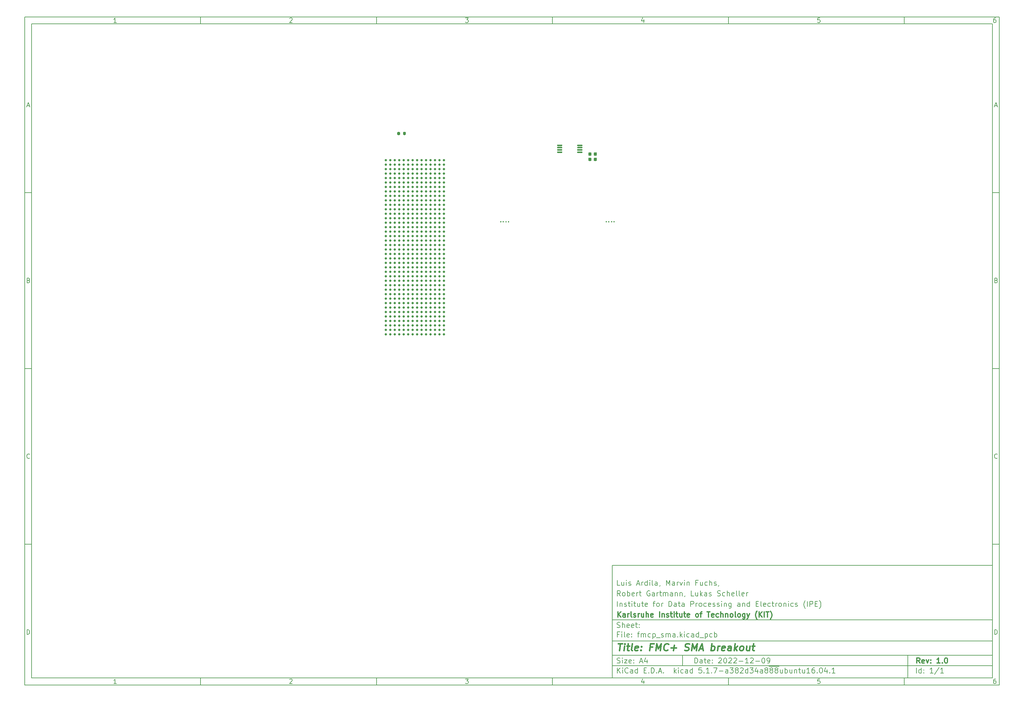
<source format=gbr>
%TF.GenerationSoftware,KiCad,Pcbnew,5.1.7-a382d34a8~88~ubuntu16.04.1*%
%TF.CreationDate,2022-12-13T12:32:42+01:00*%
%TF.ProjectId,fmcp_sma,666d6370-5f73-46d6-912e-6b696361645f,1.0*%
%TF.SameCoordinates,Original*%
%TF.FileFunction,Paste,Bot*%
%TF.FilePolarity,Positive*%
%FSLAX46Y46*%
G04 Gerber Fmt 4.6, Leading zero omitted, Abs format (unit mm)*
G04 Created by KiCad (PCBNEW 5.1.7-a382d34a8~88~ubuntu16.04.1) date 2022-12-13 12:32:42*
%MOMM*%
%LPD*%
G01*
G04 APERTURE LIST*
%ADD10C,0.050000*%
%ADD11C,0.150000*%
%ADD12C,0.300000*%
%ADD13C,0.400000*%
%ADD14C,0.640000*%
G04 APERTURE END LIST*
D10*
D11*
X177002200Y-166007200D02*
X177002200Y-198007200D01*
X285002200Y-198007200D01*
X285002200Y-166007200D01*
X177002200Y-166007200D01*
D10*
D11*
X10000000Y-10000000D02*
X10000000Y-200007200D01*
X287002200Y-200007200D01*
X287002200Y-10000000D01*
X10000000Y-10000000D01*
D10*
D11*
X12000000Y-12000000D02*
X12000000Y-198007200D01*
X285002200Y-198007200D01*
X285002200Y-12000000D01*
X12000000Y-12000000D01*
D10*
D11*
X60000000Y-12000000D02*
X60000000Y-10000000D01*
D10*
D11*
X110000000Y-12000000D02*
X110000000Y-10000000D01*
D10*
D11*
X160000000Y-12000000D02*
X160000000Y-10000000D01*
D10*
D11*
X210000000Y-12000000D02*
X210000000Y-10000000D01*
D10*
D11*
X260000000Y-12000000D02*
X260000000Y-10000000D01*
D10*
D11*
X36065476Y-11588095D02*
X35322619Y-11588095D01*
X35694047Y-11588095D02*
X35694047Y-10288095D01*
X35570238Y-10473809D01*
X35446428Y-10597619D01*
X35322619Y-10659523D01*
D10*
D11*
X85322619Y-10411904D02*
X85384523Y-10350000D01*
X85508333Y-10288095D01*
X85817857Y-10288095D01*
X85941666Y-10350000D01*
X86003571Y-10411904D01*
X86065476Y-10535714D01*
X86065476Y-10659523D01*
X86003571Y-10845238D01*
X85260714Y-11588095D01*
X86065476Y-11588095D01*
D10*
D11*
X135260714Y-10288095D02*
X136065476Y-10288095D01*
X135632142Y-10783333D01*
X135817857Y-10783333D01*
X135941666Y-10845238D01*
X136003571Y-10907142D01*
X136065476Y-11030952D01*
X136065476Y-11340476D01*
X136003571Y-11464285D01*
X135941666Y-11526190D01*
X135817857Y-11588095D01*
X135446428Y-11588095D01*
X135322619Y-11526190D01*
X135260714Y-11464285D01*
D10*
D11*
X185941666Y-10721428D02*
X185941666Y-11588095D01*
X185632142Y-10226190D02*
X185322619Y-11154761D01*
X186127380Y-11154761D01*
D10*
D11*
X236003571Y-10288095D02*
X235384523Y-10288095D01*
X235322619Y-10907142D01*
X235384523Y-10845238D01*
X235508333Y-10783333D01*
X235817857Y-10783333D01*
X235941666Y-10845238D01*
X236003571Y-10907142D01*
X236065476Y-11030952D01*
X236065476Y-11340476D01*
X236003571Y-11464285D01*
X235941666Y-11526190D01*
X235817857Y-11588095D01*
X235508333Y-11588095D01*
X235384523Y-11526190D01*
X235322619Y-11464285D01*
D10*
D11*
X285941666Y-10288095D02*
X285694047Y-10288095D01*
X285570238Y-10350000D01*
X285508333Y-10411904D01*
X285384523Y-10597619D01*
X285322619Y-10845238D01*
X285322619Y-11340476D01*
X285384523Y-11464285D01*
X285446428Y-11526190D01*
X285570238Y-11588095D01*
X285817857Y-11588095D01*
X285941666Y-11526190D01*
X286003571Y-11464285D01*
X286065476Y-11340476D01*
X286065476Y-11030952D01*
X286003571Y-10907142D01*
X285941666Y-10845238D01*
X285817857Y-10783333D01*
X285570238Y-10783333D01*
X285446428Y-10845238D01*
X285384523Y-10907142D01*
X285322619Y-11030952D01*
D10*
D11*
X60000000Y-198007200D02*
X60000000Y-200007200D01*
D10*
D11*
X110000000Y-198007200D02*
X110000000Y-200007200D01*
D10*
D11*
X160000000Y-198007200D02*
X160000000Y-200007200D01*
D10*
D11*
X210000000Y-198007200D02*
X210000000Y-200007200D01*
D10*
D11*
X260000000Y-198007200D02*
X260000000Y-200007200D01*
D10*
D11*
X36065476Y-199595295D02*
X35322619Y-199595295D01*
X35694047Y-199595295D02*
X35694047Y-198295295D01*
X35570238Y-198481009D01*
X35446428Y-198604819D01*
X35322619Y-198666723D01*
D10*
D11*
X85322619Y-198419104D02*
X85384523Y-198357200D01*
X85508333Y-198295295D01*
X85817857Y-198295295D01*
X85941666Y-198357200D01*
X86003571Y-198419104D01*
X86065476Y-198542914D01*
X86065476Y-198666723D01*
X86003571Y-198852438D01*
X85260714Y-199595295D01*
X86065476Y-199595295D01*
D10*
D11*
X135260714Y-198295295D02*
X136065476Y-198295295D01*
X135632142Y-198790533D01*
X135817857Y-198790533D01*
X135941666Y-198852438D01*
X136003571Y-198914342D01*
X136065476Y-199038152D01*
X136065476Y-199347676D01*
X136003571Y-199471485D01*
X135941666Y-199533390D01*
X135817857Y-199595295D01*
X135446428Y-199595295D01*
X135322619Y-199533390D01*
X135260714Y-199471485D01*
D10*
D11*
X185941666Y-198728628D02*
X185941666Y-199595295D01*
X185632142Y-198233390D02*
X185322619Y-199161961D01*
X186127380Y-199161961D01*
D10*
D11*
X236003571Y-198295295D02*
X235384523Y-198295295D01*
X235322619Y-198914342D01*
X235384523Y-198852438D01*
X235508333Y-198790533D01*
X235817857Y-198790533D01*
X235941666Y-198852438D01*
X236003571Y-198914342D01*
X236065476Y-199038152D01*
X236065476Y-199347676D01*
X236003571Y-199471485D01*
X235941666Y-199533390D01*
X235817857Y-199595295D01*
X235508333Y-199595295D01*
X235384523Y-199533390D01*
X235322619Y-199471485D01*
D10*
D11*
X285941666Y-198295295D02*
X285694047Y-198295295D01*
X285570238Y-198357200D01*
X285508333Y-198419104D01*
X285384523Y-198604819D01*
X285322619Y-198852438D01*
X285322619Y-199347676D01*
X285384523Y-199471485D01*
X285446428Y-199533390D01*
X285570238Y-199595295D01*
X285817857Y-199595295D01*
X285941666Y-199533390D01*
X286003571Y-199471485D01*
X286065476Y-199347676D01*
X286065476Y-199038152D01*
X286003571Y-198914342D01*
X285941666Y-198852438D01*
X285817857Y-198790533D01*
X285570238Y-198790533D01*
X285446428Y-198852438D01*
X285384523Y-198914342D01*
X285322619Y-199038152D01*
D10*
D11*
X10000000Y-60000000D02*
X12000000Y-60000000D01*
D10*
D11*
X10000000Y-110000000D02*
X12000000Y-110000000D01*
D10*
D11*
X10000000Y-160000000D02*
X12000000Y-160000000D01*
D10*
D11*
X10690476Y-35216666D02*
X11309523Y-35216666D01*
X10566666Y-35588095D02*
X11000000Y-34288095D01*
X11433333Y-35588095D01*
D10*
D11*
X11092857Y-84907142D02*
X11278571Y-84969047D01*
X11340476Y-85030952D01*
X11402380Y-85154761D01*
X11402380Y-85340476D01*
X11340476Y-85464285D01*
X11278571Y-85526190D01*
X11154761Y-85588095D01*
X10659523Y-85588095D01*
X10659523Y-84288095D01*
X11092857Y-84288095D01*
X11216666Y-84350000D01*
X11278571Y-84411904D01*
X11340476Y-84535714D01*
X11340476Y-84659523D01*
X11278571Y-84783333D01*
X11216666Y-84845238D01*
X11092857Y-84907142D01*
X10659523Y-84907142D01*
D10*
D11*
X11402380Y-135464285D02*
X11340476Y-135526190D01*
X11154761Y-135588095D01*
X11030952Y-135588095D01*
X10845238Y-135526190D01*
X10721428Y-135402380D01*
X10659523Y-135278571D01*
X10597619Y-135030952D01*
X10597619Y-134845238D01*
X10659523Y-134597619D01*
X10721428Y-134473809D01*
X10845238Y-134350000D01*
X11030952Y-134288095D01*
X11154761Y-134288095D01*
X11340476Y-134350000D01*
X11402380Y-134411904D01*
D10*
D11*
X10659523Y-185588095D02*
X10659523Y-184288095D01*
X10969047Y-184288095D01*
X11154761Y-184350000D01*
X11278571Y-184473809D01*
X11340476Y-184597619D01*
X11402380Y-184845238D01*
X11402380Y-185030952D01*
X11340476Y-185278571D01*
X11278571Y-185402380D01*
X11154761Y-185526190D01*
X10969047Y-185588095D01*
X10659523Y-185588095D01*
D10*
D11*
X287002200Y-60000000D02*
X285002200Y-60000000D01*
D10*
D11*
X287002200Y-110000000D02*
X285002200Y-110000000D01*
D10*
D11*
X287002200Y-160000000D02*
X285002200Y-160000000D01*
D10*
D11*
X285692676Y-35216666D02*
X286311723Y-35216666D01*
X285568866Y-35588095D02*
X286002200Y-34288095D01*
X286435533Y-35588095D01*
D10*
D11*
X286095057Y-84907142D02*
X286280771Y-84969047D01*
X286342676Y-85030952D01*
X286404580Y-85154761D01*
X286404580Y-85340476D01*
X286342676Y-85464285D01*
X286280771Y-85526190D01*
X286156961Y-85588095D01*
X285661723Y-85588095D01*
X285661723Y-84288095D01*
X286095057Y-84288095D01*
X286218866Y-84350000D01*
X286280771Y-84411904D01*
X286342676Y-84535714D01*
X286342676Y-84659523D01*
X286280771Y-84783333D01*
X286218866Y-84845238D01*
X286095057Y-84907142D01*
X285661723Y-84907142D01*
D10*
D11*
X286404580Y-135464285D02*
X286342676Y-135526190D01*
X286156961Y-135588095D01*
X286033152Y-135588095D01*
X285847438Y-135526190D01*
X285723628Y-135402380D01*
X285661723Y-135278571D01*
X285599819Y-135030952D01*
X285599819Y-134845238D01*
X285661723Y-134597619D01*
X285723628Y-134473809D01*
X285847438Y-134350000D01*
X286033152Y-134288095D01*
X286156961Y-134288095D01*
X286342676Y-134350000D01*
X286404580Y-134411904D01*
D10*
D11*
X285661723Y-185588095D02*
X285661723Y-184288095D01*
X285971247Y-184288095D01*
X286156961Y-184350000D01*
X286280771Y-184473809D01*
X286342676Y-184597619D01*
X286404580Y-184845238D01*
X286404580Y-185030952D01*
X286342676Y-185278571D01*
X286280771Y-185402380D01*
X286156961Y-185526190D01*
X285971247Y-185588095D01*
X285661723Y-185588095D01*
D10*
D11*
X200434342Y-193785771D02*
X200434342Y-192285771D01*
X200791485Y-192285771D01*
X201005771Y-192357200D01*
X201148628Y-192500057D01*
X201220057Y-192642914D01*
X201291485Y-192928628D01*
X201291485Y-193142914D01*
X201220057Y-193428628D01*
X201148628Y-193571485D01*
X201005771Y-193714342D01*
X200791485Y-193785771D01*
X200434342Y-193785771D01*
X202577200Y-193785771D02*
X202577200Y-193000057D01*
X202505771Y-192857200D01*
X202362914Y-192785771D01*
X202077200Y-192785771D01*
X201934342Y-192857200D01*
X202577200Y-193714342D02*
X202434342Y-193785771D01*
X202077200Y-193785771D01*
X201934342Y-193714342D01*
X201862914Y-193571485D01*
X201862914Y-193428628D01*
X201934342Y-193285771D01*
X202077200Y-193214342D01*
X202434342Y-193214342D01*
X202577200Y-193142914D01*
X203077200Y-192785771D02*
X203648628Y-192785771D01*
X203291485Y-192285771D02*
X203291485Y-193571485D01*
X203362914Y-193714342D01*
X203505771Y-193785771D01*
X203648628Y-193785771D01*
X204720057Y-193714342D02*
X204577200Y-193785771D01*
X204291485Y-193785771D01*
X204148628Y-193714342D01*
X204077200Y-193571485D01*
X204077200Y-193000057D01*
X204148628Y-192857200D01*
X204291485Y-192785771D01*
X204577200Y-192785771D01*
X204720057Y-192857200D01*
X204791485Y-193000057D01*
X204791485Y-193142914D01*
X204077200Y-193285771D01*
X205434342Y-193642914D02*
X205505771Y-193714342D01*
X205434342Y-193785771D01*
X205362914Y-193714342D01*
X205434342Y-193642914D01*
X205434342Y-193785771D01*
X205434342Y-192857200D02*
X205505771Y-192928628D01*
X205434342Y-193000057D01*
X205362914Y-192928628D01*
X205434342Y-192857200D01*
X205434342Y-193000057D01*
X207220057Y-192428628D02*
X207291485Y-192357200D01*
X207434342Y-192285771D01*
X207791485Y-192285771D01*
X207934342Y-192357200D01*
X208005771Y-192428628D01*
X208077200Y-192571485D01*
X208077200Y-192714342D01*
X208005771Y-192928628D01*
X207148628Y-193785771D01*
X208077200Y-193785771D01*
X209005771Y-192285771D02*
X209148628Y-192285771D01*
X209291485Y-192357200D01*
X209362914Y-192428628D01*
X209434342Y-192571485D01*
X209505771Y-192857200D01*
X209505771Y-193214342D01*
X209434342Y-193500057D01*
X209362914Y-193642914D01*
X209291485Y-193714342D01*
X209148628Y-193785771D01*
X209005771Y-193785771D01*
X208862914Y-193714342D01*
X208791485Y-193642914D01*
X208720057Y-193500057D01*
X208648628Y-193214342D01*
X208648628Y-192857200D01*
X208720057Y-192571485D01*
X208791485Y-192428628D01*
X208862914Y-192357200D01*
X209005771Y-192285771D01*
X210077200Y-192428628D02*
X210148628Y-192357200D01*
X210291485Y-192285771D01*
X210648628Y-192285771D01*
X210791485Y-192357200D01*
X210862914Y-192428628D01*
X210934342Y-192571485D01*
X210934342Y-192714342D01*
X210862914Y-192928628D01*
X210005771Y-193785771D01*
X210934342Y-193785771D01*
X211505771Y-192428628D02*
X211577200Y-192357200D01*
X211720057Y-192285771D01*
X212077200Y-192285771D01*
X212220057Y-192357200D01*
X212291485Y-192428628D01*
X212362914Y-192571485D01*
X212362914Y-192714342D01*
X212291485Y-192928628D01*
X211434342Y-193785771D01*
X212362914Y-193785771D01*
X213005771Y-193214342D02*
X214148628Y-193214342D01*
X215648628Y-193785771D02*
X214791485Y-193785771D01*
X215220057Y-193785771D02*
X215220057Y-192285771D01*
X215077200Y-192500057D01*
X214934342Y-192642914D01*
X214791485Y-192714342D01*
X216220057Y-192428628D02*
X216291485Y-192357200D01*
X216434342Y-192285771D01*
X216791485Y-192285771D01*
X216934342Y-192357200D01*
X217005771Y-192428628D01*
X217077200Y-192571485D01*
X217077200Y-192714342D01*
X217005771Y-192928628D01*
X216148628Y-193785771D01*
X217077200Y-193785771D01*
X217720057Y-193214342D02*
X218862914Y-193214342D01*
X219862914Y-192285771D02*
X220005771Y-192285771D01*
X220148628Y-192357200D01*
X220220057Y-192428628D01*
X220291485Y-192571485D01*
X220362914Y-192857200D01*
X220362914Y-193214342D01*
X220291485Y-193500057D01*
X220220057Y-193642914D01*
X220148628Y-193714342D01*
X220005771Y-193785771D01*
X219862914Y-193785771D01*
X219720057Y-193714342D01*
X219648628Y-193642914D01*
X219577200Y-193500057D01*
X219505771Y-193214342D01*
X219505771Y-192857200D01*
X219577200Y-192571485D01*
X219648628Y-192428628D01*
X219720057Y-192357200D01*
X219862914Y-192285771D01*
X221077200Y-193785771D02*
X221362914Y-193785771D01*
X221505771Y-193714342D01*
X221577200Y-193642914D01*
X221720057Y-193428628D01*
X221791485Y-193142914D01*
X221791485Y-192571485D01*
X221720057Y-192428628D01*
X221648628Y-192357200D01*
X221505771Y-192285771D01*
X221220057Y-192285771D01*
X221077200Y-192357200D01*
X221005771Y-192428628D01*
X220934342Y-192571485D01*
X220934342Y-192928628D01*
X221005771Y-193071485D01*
X221077200Y-193142914D01*
X221220057Y-193214342D01*
X221505771Y-193214342D01*
X221648628Y-193142914D01*
X221720057Y-193071485D01*
X221791485Y-192928628D01*
D10*
D11*
X177002200Y-194507200D02*
X285002200Y-194507200D01*
D10*
D11*
X178434342Y-196585771D02*
X178434342Y-195085771D01*
X179291485Y-196585771D02*
X178648628Y-195728628D01*
X179291485Y-195085771D02*
X178434342Y-195942914D01*
X179934342Y-196585771D02*
X179934342Y-195585771D01*
X179934342Y-195085771D02*
X179862914Y-195157200D01*
X179934342Y-195228628D01*
X180005771Y-195157200D01*
X179934342Y-195085771D01*
X179934342Y-195228628D01*
X181505771Y-196442914D02*
X181434342Y-196514342D01*
X181220057Y-196585771D01*
X181077200Y-196585771D01*
X180862914Y-196514342D01*
X180720057Y-196371485D01*
X180648628Y-196228628D01*
X180577200Y-195942914D01*
X180577200Y-195728628D01*
X180648628Y-195442914D01*
X180720057Y-195300057D01*
X180862914Y-195157200D01*
X181077200Y-195085771D01*
X181220057Y-195085771D01*
X181434342Y-195157200D01*
X181505771Y-195228628D01*
X182791485Y-196585771D02*
X182791485Y-195800057D01*
X182720057Y-195657200D01*
X182577200Y-195585771D01*
X182291485Y-195585771D01*
X182148628Y-195657200D01*
X182791485Y-196514342D02*
X182648628Y-196585771D01*
X182291485Y-196585771D01*
X182148628Y-196514342D01*
X182077200Y-196371485D01*
X182077200Y-196228628D01*
X182148628Y-196085771D01*
X182291485Y-196014342D01*
X182648628Y-196014342D01*
X182791485Y-195942914D01*
X184148628Y-196585771D02*
X184148628Y-195085771D01*
X184148628Y-196514342D02*
X184005771Y-196585771D01*
X183720057Y-196585771D01*
X183577200Y-196514342D01*
X183505771Y-196442914D01*
X183434342Y-196300057D01*
X183434342Y-195871485D01*
X183505771Y-195728628D01*
X183577200Y-195657200D01*
X183720057Y-195585771D01*
X184005771Y-195585771D01*
X184148628Y-195657200D01*
X186005771Y-195800057D02*
X186505771Y-195800057D01*
X186720057Y-196585771D02*
X186005771Y-196585771D01*
X186005771Y-195085771D01*
X186720057Y-195085771D01*
X187362914Y-196442914D02*
X187434342Y-196514342D01*
X187362914Y-196585771D01*
X187291485Y-196514342D01*
X187362914Y-196442914D01*
X187362914Y-196585771D01*
X188077200Y-196585771D02*
X188077200Y-195085771D01*
X188434342Y-195085771D01*
X188648628Y-195157200D01*
X188791485Y-195300057D01*
X188862914Y-195442914D01*
X188934342Y-195728628D01*
X188934342Y-195942914D01*
X188862914Y-196228628D01*
X188791485Y-196371485D01*
X188648628Y-196514342D01*
X188434342Y-196585771D01*
X188077200Y-196585771D01*
X189577200Y-196442914D02*
X189648628Y-196514342D01*
X189577200Y-196585771D01*
X189505771Y-196514342D01*
X189577200Y-196442914D01*
X189577200Y-196585771D01*
X190220057Y-196157200D02*
X190934342Y-196157200D01*
X190077200Y-196585771D02*
X190577200Y-195085771D01*
X191077200Y-196585771D01*
X191577200Y-196442914D02*
X191648628Y-196514342D01*
X191577200Y-196585771D01*
X191505771Y-196514342D01*
X191577200Y-196442914D01*
X191577200Y-196585771D01*
X194577200Y-196585771D02*
X194577200Y-195085771D01*
X194720057Y-196014342D02*
X195148628Y-196585771D01*
X195148628Y-195585771D02*
X194577200Y-196157200D01*
X195791485Y-196585771D02*
X195791485Y-195585771D01*
X195791485Y-195085771D02*
X195720057Y-195157200D01*
X195791485Y-195228628D01*
X195862914Y-195157200D01*
X195791485Y-195085771D01*
X195791485Y-195228628D01*
X197148628Y-196514342D02*
X197005771Y-196585771D01*
X196720057Y-196585771D01*
X196577200Y-196514342D01*
X196505771Y-196442914D01*
X196434342Y-196300057D01*
X196434342Y-195871485D01*
X196505771Y-195728628D01*
X196577200Y-195657200D01*
X196720057Y-195585771D01*
X197005771Y-195585771D01*
X197148628Y-195657200D01*
X198434342Y-196585771D02*
X198434342Y-195800057D01*
X198362914Y-195657200D01*
X198220057Y-195585771D01*
X197934342Y-195585771D01*
X197791485Y-195657200D01*
X198434342Y-196514342D02*
X198291485Y-196585771D01*
X197934342Y-196585771D01*
X197791485Y-196514342D01*
X197720057Y-196371485D01*
X197720057Y-196228628D01*
X197791485Y-196085771D01*
X197934342Y-196014342D01*
X198291485Y-196014342D01*
X198434342Y-195942914D01*
X199791485Y-196585771D02*
X199791485Y-195085771D01*
X199791485Y-196514342D02*
X199648628Y-196585771D01*
X199362914Y-196585771D01*
X199220057Y-196514342D01*
X199148628Y-196442914D01*
X199077200Y-196300057D01*
X199077200Y-195871485D01*
X199148628Y-195728628D01*
X199220057Y-195657200D01*
X199362914Y-195585771D01*
X199648628Y-195585771D01*
X199791485Y-195657200D01*
X202362914Y-195085771D02*
X201648628Y-195085771D01*
X201577200Y-195800057D01*
X201648628Y-195728628D01*
X201791485Y-195657200D01*
X202148628Y-195657200D01*
X202291485Y-195728628D01*
X202362914Y-195800057D01*
X202434342Y-195942914D01*
X202434342Y-196300057D01*
X202362914Y-196442914D01*
X202291485Y-196514342D01*
X202148628Y-196585771D01*
X201791485Y-196585771D01*
X201648628Y-196514342D01*
X201577200Y-196442914D01*
X203077200Y-196442914D02*
X203148628Y-196514342D01*
X203077200Y-196585771D01*
X203005771Y-196514342D01*
X203077200Y-196442914D01*
X203077200Y-196585771D01*
X204577200Y-196585771D02*
X203720057Y-196585771D01*
X204148628Y-196585771D02*
X204148628Y-195085771D01*
X204005771Y-195300057D01*
X203862914Y-195442914D01*
X203720057Y-195514342D01*
X205220057Y-196442914D02*
X205291485Y-196514342D01*
X205220057Y-196585771D01*
X205148628Y-196514342D01*
X205220057Y-196442914D01*
X205220057Y-196585771D01*
X205791485Y-195085771D02*
X206791485Y-195085771D01*
X206148628Y-196585771D01*
X207362914Y-196014342D02*
X208505771Y-196014342D01*
X209862914Y-196585771D02*
X209862914Y-195800057D01*
X209791485Y-195657200D01*
X209648628Y-195585771D01*
X209362914Y-195585771D01*
X209220057Y-195657200D01*
X209862914Y-196514342D02*
X209720057Y-196585771D01*
X209362914Y-196585771D01*
X209220057Y-196514342D01*
X209148628Y-196371485D01*
X209148628Y-196228628D01*
X209220057Y-196085771D01*
X209362914Y-196014342D01*
X209720057Y-196014342D01*
X209862914Y-195942914D01*
X210434342Y-195085771D02*
X211362914Y-195085771D01*
X210862914Y-195657200D01*
X211077200Y-195657200D01*
X211220057Y-195728628D01*
X211291485Y-195800057D01*
X211362914Y-195942914D01*
X211362914Y-196300057D01*
X211291485Y-196442914D01*
X211220057Y-196514342D01*
X211077200Y-196585771D01*
X210648628Y-196585771D01*
X210505771Y-196514342D01*
X210434342Y-196442914D01*
X212220057Y-195728628D02*
X212077200Y-195657200D01*
X212005771Y-195585771D01*
X211934342Y-195442914D01*
X211934342Y-195371485D01*
X212005771Y-195228628D01*
X212077200Y-195157200D01*
X212220057Y-195085771D01*
X212505771Y-195085771D01*
X212648628Y-195157200D01*
X212720057Y-195228628D01*
X212791485Y-195371485D01*
X212791485Y-195442914D01*
X212720057Y-195585771D01*
X212648628Y-195657200D01*
X212505771Y-195728628D01*
X212220057Y-195728628D01*
X212077200Y-195800057D01*
X212005771Y-195871485D01*
X211934342Y-196014342D01*
X211934342Y-196300057D01*
X212005771Y-196442914D01*
X212077200Y-196514342D01*
X212220057Y-196585771D01*
X212505771Y-196585771D01*
X212648628Y-196514342D01*
X212720057Y-196442914D01*
X212791485Y-196300057D01*
X212791485Y-196014342D01*
X212720057Y-195871485D01*
X212648628Y-195800057D01*
X212505771Y-195728628D01*
X213362914Y-195228628D02*
X213434342Y-195157200D01*
X213577200Y-195085771D01*
X213934342Y-195085771D01*
X214077200Y-195157200D01*
X214148628Y-195228628D01*
X214220057Y-195371485D01*
X214220057Y-195514342D01*
X214148628Y-195728628D01*
X213291485Y-196585771D01*
X214220057Y-196585771D01*
X215505771Y-196585771D02*
X215505771Y-195085771D01*
X215505771Y-196514342D02*
X215362914Y-196585771D01*
X215077200Y-196585771D01*
X214934342Y-196514342D01*
X214862914Y-196442914D01*
X214791485Y-196300057D01*
X214791485Y-195871485D01*
X214862914Y-195728628D01*
X214934342Y-195657200D01*
X215077200Y-195585771D01*
X215362914Y-195585771D01*
X215505771Y-195657200D01*
X216077200Y-195085771D02*
X217005771Y-195085771D01*
X216505771Y-195657200D01*
X216720057Y-195657200D01*
X216862914Y-195728628D01*
X216934342Y-195800057D01*
X217005771Y-195942914D01*
X217005771Y-196300057D01*
X216934342Y-196442914D01*
X216862914Y-196514342D01*
X216720057Y-196585771D01*
X216291485Y-196585771D01*
X216148628Y-196514342D01*
X216077200Y-196442914D01*
X218291485Y-195585771D02*
X218291485Y-196585771D01*
X217934342Y-195014342D02*
X217577200Y-196085771D01*
X218505771Y-196085771D01*
X219720057Y-196585771D02*
X219720057Y-195800057D01*
X219648628Y-195657200D01*
X219505771Y-195585771D01*
X219220057Y-195585771D01*
X219077200Y-195657200D01*
X219720057Y-196514342D02*
X219577200Y-196585771D01*
X219220057Y-196585771D01*
X219077200Y-196514342D01*
X219005771Y-196371485D01*
X219005771Y-196228628D01*
X219077200Y-196085771D01*
X219220057Y-196014342D01*
X219577200Y-196014342D01*
X219720057Y-195942914D01*
X220648628Y-195728628D02*
X220505771Y-195657200D01*
X220434342Y-195585771D01*
X220362914Y-195442914D01*
X220362914Y-195371485D01*
X220434342Y-195228628D01*
X220505771Y-195157200D01*
X220648628Y-195085771D01*
X220934342Y-195085771D01*
X221077200Y-195157200D01*
X221148628Y-195228628D01*
X221220057Y-195371485D01*
X221220057Y-195442914D01*
X221148628Y-195585771D01*
X221077200Y-195657200D01*
X220934342Y-195728628D01*
X220648628Y-195728628D01*
X220505771Y-195800057D01*
X220434342Y-195871485D01*
X220362914Y-196014342D01*
X220362914Y-196300057D01*
X220434342Y-196442914D01*
X220505771Y-196514342D01*
X220648628Y-196585771D01*
X220934342Y-196585771D01*
X221077200Y-196514342D01*
X221148628Y-196442914D01*
X221220057Y-196300057D01*
X221220057Y-196014342D01*
X221148628Y-195871485D01*
X221077200Y-195800057D01*
X220934342Y-195728628D01*
X221505771Y-194677200D02*
X222934342Y-194677200D01*
X222077200Y-195728628D02*
X221934342Y-195657200D01*
X221862914Y-195585771D01*
X221791485Y-195442914D01*
X221791485Y-195371485D01*
X221862914Y-195228628D01*
X221934342Y-195157200D01*
X222077200Y-195085771D01*
X222362914Y-195085771D01*
X222505771Y-195157200D01*
X222577200Y-195228628D01*
X222648628Y-195371485D01*
X222648628Y-195442914D01*
X222577200Y-195585771D01*
X222505771Y-195657200D01*
X222362914Y-195728628D01*
X222077200Y-195728628D01*
X221934342Y-195800057D01*
X221862914Y-195871485D01*
X221791485Y-196014342D01*
X221791485Y-196300057D01*
X221862914Y-196442914D01*
X221934342Y-196514342D01*
X222077200Y-196585771D01*
X222362914Y-196585771D01*
X222505771Y-196514342D01*
X222577200Y-196442914D01*
X222648628Y-196300057D01*
X222648628Y-196014342D01*
X222577200Y-195871485D01*
X222505771Y-195800057D01*
X222362914Y-195728628D01*
X222934342Y-194677200D02*
X224362914Y-194677200D01*
X223505771Y-195728628D02*
X223362914Y-195657200D01*
X223291485Y-195585771D01*
X223220057Y-195442914D01*
X223220057Y-195371485D01*
X223291485Y-195228628D01*
X223362914Y-195157200D01*
X223505771Y-195085771D01*
X223791485Y-195085771D01*
X223934342Y-195157200D01*
X224005771Y-195228628D01*
X224077199Y-195371485D01*
X224077199Y-195442914D01*
X224005771Y-195585771D01*
X223934342Y-195657200D01*
X223791485Y-195728628D01*
X223505771Y-195728628D01*
X223362914Y-195800057D01*
X223291485Y-195871485D01*
X223220057Y-196014342D01*
X223220057Y-196300057D01*
X223291485Y-196442914D01*
X223362914Y-196514342D01*
X223505771Y-196585771D01*
X223791485Y-196585771D01*
X223934342Y-196514342D01*
X224005771Y-196442914D01*
X224077199Y-196300057D01*
X224077199Y-196014342D01*
X224005771Y-195871485D01*
X223934342Y-195800057D01*
X223791485Y-195728628D01*
X225362914Y-195585771D02*
X225362914Y-196585771D01*
X224720057Y-195585771D02*
X224720057Y-196371485D01*
X224791485Y-196514342D01*
X224934342Y-196585771D01*
X225148628Y-196585771D01*
X225291485Y-196514342D01*
X225362914Y-196442914D01*
X226077199Y-196585771D02*
X226077199Y-195085771D01*
X226077199Y-195657200D02*
X226220057Y-195585771D01*
X226505771Y-195585771D01*
X226648628Y-195657200D01*
X226720057Y-195728628D01*
X226791485Y-195871485D01*
X226791485Y-196300057D01*
X226720057Y-196442914D01*
X226648628Y-196514342D01*
X226505771Y-196585771D01*
X226220057Y-196585771D01*
X226077199Y-196514342D01*
X228077199Y-195585771D02*
X228077199Y-196585771D01*
X227434342Y-195585771D02*
X227434342Y-196371485D01*
X227505771Y-196514342D01*
X227648628Y-196585771D01*
X227862914Y-196585771D01*
X228005771Y-196514342D01*
X228077199Y-196442914D01*
X228791485Y-195585771D02*
X228791485Y-196585771D01*
X228791485Y-195728628D02*
X228862914Y-195657200D01*
X229005771Y-195585771D01*
X229220057Y-195585771D01*
X229362914Y-195657200D01*
X229434342Y-195800057D01*
X229434342Y-196585771D01*
X229934342Y-195585771D02*
X230505771Y-195585771D01*
X230148628Y-195085771D02*
X230148628Y-196371485D01*
X230220057Y-196514342D01*
X230362914Y-196585771D01*
X230505771Y-196585771D01*
X231648628Y-195585771D02*
X231648628Y-196585771D01*
X231005771Y-195585771D02*
X231005771Y-196371485D01*
X231077199Y-196514342D01*
X231220057Y-196585771D01*
X231434342Y-196585771D01*
X231577199Y-196514342D01*
X231648628Y-196442914D01*
X233148628Y-196585771D02*
X232291485Y-196585771D01*
X232720057Y-196585771D02*
X232720057Y-195085771D01*
X232577200Y-195300057D01*
X232434342Y-195442914D01*
X232291485Y-195514342D01*
X234434342Y-195085771D02*
X234148628Y-195085771D01*
X234005771Y-195157200D01*
X233934342Y-195228628D01*
X233791485Y-195442914D01*
X233720057Y-195728628D01*
X233720057Y-196300057D01*
X233791485Y-196442914D01*
X233862914Y-196514342D01*
X234005771Y-196585771D01*
X234291485Y-196585771D01*
X234434342Y-196514342D01*
X234505771Y-196442914D01*
X234577199Y-196300057D01*
X234577199Y-195942914D01*
X234505771Y-195800057D01*
X234434342Y-195728628D01*
X234291485Y-195657200D01*
X234005771Y-195657200D01*
X233862914Y-195728628D01*
X233791485Y-195800057D01*
X233720057Y-195942914D01*
X235220057Y-196442914D02*
X235291485Y-196514342D01*
X235220057Y-196585771D01*
X235148628Y-196514342D01*
X235220057Y-196442914D01*
X235220057Y-196585771D01*
X236220057Y-195085771D02*
X236362914Y-195085771D01*
X236505771Y-195157200D01*
X236577199Y-195228628D01*
X236648628Y-195371485D01*
X236720057Y-195657200D01*
X236720057Y-196014342D01*
X236648628Y-196300057D01*
X236577199Y-196442914D01*
X236505771Y-196514342D01*
X236362914Y-196585771D01*
X236220057Y-196585771D01*
X236077199Y-196514342D01*
X236005771Y-196442914D01*
X235934342Y-196300057D01*
X235862914Y-196014342D01*
X235862914Y-195657200D01*
X235934342Y-195371485D01*
X236005771Y-195228628D01*
X236077199Y-195157200D01*
X236220057Y-195085771D01*
X238005771Y-195585771D02*
X238005771Y-196585771D01*
X237648628Y-195014342D02*
X237291485Y-196085771D01*
X238220057Y-196085771D01*
X238791485Y-196442914D02*
X238862914Y-196514342D01*
X238791485Y-196585771D01*
X238720057Y-196514342D01*
X238791485Y-196442914D01*
X238791485Y-196585771D01*
X240291485Y-196585771D02*
X239434342Y-196585771D01*
X239862914Y-196585771D02*
X239862914Y-195085771D01*
X239720057Y-195300057D01*
X239577199Y-195442914D01*
X239434342Y-195514342D01*
D10*
D11*
X177002200Y-191507200D02*
X285002200Y-191507200D01*
D10*
D12*
X264411485Y-193785771D02*
X263911485Y-193071485D01*
X263554342Y-193785771D02*
X263554342Y-192285771D01*
X264125771Y-192285771D01*
X264268628Y-192357200D01*
X264340057Y-192428628D01*
X264411485Y-192571485D01*
X264411485Y-192785771D01*
X264340057Y-192928628D01*
X264268628Y-193000057D01*
X264125771Y-193071485D01*
X263554342Y-193071485D01*
X265625771Y-193714342D02*
X265482914Y-193785771D01*
X265197200Y-193785771D01*
X265054342Y-193714342D01*
X264982914Y-193571485D01*
X264982914Y-193000057D01*
X265054342Y-192857200D01*
X265197200Y-192785771D01*
X265482914Y-192785771D01*
X265625771Y-192857200D01*
X265697200Y-193000057D01*
X265697200Y-193142914D01*
X264982914Y-193285771D01*
X266197200Y-192785771D02*
X266554342Y-193785771D01*
X266911485Y-192785771D01*
X267482914Y-193642914D02*
X267554342Y-193714342D01*
X267482914Y-193785771D01*
X267411485Y-193714342D01*
X267482914Y-193642914D01*
X267482914Y-193785771D01*
X267482914Y-192857200D02*
X267554342Y-192928628D01*
X267482914Y-193000057D01*
X267411485Y-192928628D01*
X267482914Y-192857200D01*
X267482914Y-193000057D01*
X270125771Y-193785771D02*
X269268628Y-193785771D01*
X269697200Y-193785771D02*
X269697200Y-192285771D01*
X269554342Y-192500057D01*
X269411485Y-192642914D01*
X269268628Y-192714342D01*
X270768628Y-193642914D02*
X270840057Y-193714342D01*
X270768628Y-193785771D01*
X270697200Y-193714342D01*
X270768628Y-193642914D01*
X270768628Y-193785771D01*
X271768628Y-192285771D02*
X271911485Y-192285771D01*
X272054342Y-192357200D01*
X272125771Y-192428628D01*
X272197200Y-192571485D01*
X272268628Y-192857200D01*
X272268628Y-193214342D01*
X272197200Y-193500057D01*
X272125771Y-193642914D01*
X272054342Y-193714342D01*
X271911485Y-193785771D01*
X271768628Y-193785771D01*
X271625771Y-193714342D01*
X271554342Y-193642914D01*
X271482914Y-193500057D01*
X271411485Y-193214342D01*
X271411485Y-192857200D01*
X271482914Y-192571485D01*
X271554342Y-192428628D01*
X271625771Y-192357200D01*
X271768628Y-192285771D01*
D10*
D11*
X178362914Y-193714342D02*
X178577200Y-193785771D01*
X178934342Y-193785771D01*
X179077200Y-193714342D01*
X179148628Y-193642914D01*
X179220057Y-193500057D01*
X179220057Y-193357200D01*
X179148628Y-193214342D01*
X179077200Y-193142914D01*
X178934342Y-193071485D01*
X178648628Y-193000057D01*
X178505771Y-192928628D01*
X178434342Y-192857200D01*
X178362914Y-192714342D01*
X178362914Y-192571485D01*
X178434342Y-192428628D01*
X178505771Y-192357200D01*
X178648628Y-192285771D01*
X179005771Y-192285771D01*
X179220057Y-192357200D01*
X179862914Y-193785771D02*
X179862914Y-192785771D01*
X179862914Y-192285771D02*
X179791485Y-192357200D01*
X179862914Y-192428628D01*
X179934342Y-192357200D01*
X179862914Y-192285771D01*
X179862914Y-192428628D01*
X180434342Y-192785771D02*
X181220057Y-192785771D01*
X180434342Y-193785771D01*
X181220057Y-193785771D01*
X182362914Y-193714342D02*
X182220057Y-193785771D01*
X181934342Y-193785771D01*
X181791485Y-193714342D01*
X181720057Y-193571485D01*
X181720057Y-193000057D01*
X181791485Y-192857200D01*
X181934342Y-192785771D01*
X182220057Y-192785771D01*
X182362914Y-192857200D01*
X182434342Y-193000057D01*
X182434342Y-193142914D01*
X181720057Y-193285771D01*
X183077200Y-193642914D02*
X183148628Y-193714342D01*
X183077200Y-193785771D01*
X183005771Y-193714342D01*
X183077200Y-193642914D01*
X183077200Y-193785771D01*
X183077200Y-192857200D02*
X183148628Y-192928628D01*
X183077200Y-193000057D01*
X183005771Y-192928628D01*
X183077200Y-192857200D01*
X183077200Y-193000057D01*
X184862914Y-193357200D02*
X185577200Y-193357200D01*
X184720057Y-193785771D02*
X185220057Y-192285771D01*
X185720057Y-193785771D01*
X186862914Y-192785771D02*
X186862914Y-193785771D01*
X186505771Y-192214342D02*
X186148628Y-193285771D01*
X187077200Y-193285771D01*
D10*
D11*
X263434342Y-196585771D02*
X263434342Y-195085771D01*
X264791485Y-196585771D02*
X264791485Y-195085771D01*
X264791485Y-196514342D02*
X264648628Y-196585771D01*
X264362914Y-196585771D01*
X264220057Y-196514342D01*
X264148628Y-196442914D01*
X264077200Y-196300057D01*
X264077200Y-195871485D01*
X264148628Y-195728628D01*
X264220057Y-195657200D01*
X264362914Y-195585771D01*
X264648628Y-195585771D01*
X264791485Y-195657200D01*
X265505771Y-196442914D02*
X265577200Y-196514342D01*
X265505771Y-196585771D01*
X265434342Y-196514342D01*
X265505771Y-196442914D01*
X265505771Y-196585771D01*
X265505771Y-195657200D02*
X265577200Y-195728628D01*
X265505771Y-195800057D01*
X265434342Y-195728628D01*
X265505771Y-195657200D01*
X265505771Y-195800057D01*
X268148628Y-196585771D02*
X267291485Y-196585771D01*
X267720057Y-196585771D02*
X267720057Y-195085771D01*
X267577200Y-195300057D01*
X267434342Y-195442914D01*
X267291485Y-195514342D01*
X269862914Y-195014342D02*
X268577200Y-196942914D01*
X271148628Y-196585771D02*
X270291485Y-196585771D01*
X270720057Y-196585771D02*
X270720057Y-195085771D01*
X270577200Y-195300057D01*
X270434342Y-195442914D01*
X270291485Y-195514342D01*
D10*
D11*
X177002200Y-187507200D02*
X285002200Y-187507200D01*
D10*
D13*
X178714580Y-188211961D02*
X179857438Y-188211961D01*
X179036009Y-190211961D02*
X179286009Y-188211961D01*
X180274104Y-190211961D02*
X180440771Y-188878628D01*
X180524104Y-188211961D02*
X180416961Y-188307200D01*
X180500295Y-188402438D01*
X180607438Y-188307200D01*
X180524104Y-188211961D01*
X180500295Y-188402438D01*
X181107438Y-188878628D02*
X181869342Y-188878628D01*
X181476485Y-188211961D02*
X181262200Y-189926247D01*
X181333628Y-190116723D01*
X181512200Y-190211961D01*
X181702676Y-190211961D01*
X182655057Y-190211961D02*
X182476485Y-190116723D01*
X182405057Y-189926247D01*
X182619342Y-188211961D01*
X184190771Y-190116723D02*
X183988390Y-190211961D01*
X183607438Y-190211961D01*
X183428866Y-190116723D01*
X183357438Y-189926247D01*
X183452676Y-189164342D01*
X183571723Y-188973866D01*
X183774104Y-188878628D01*
X184155057Y-188878628D01*
X184333628Y-188973866D01*
X184405057Y-189164342D01*
X184381247Y-189354819D01*
X183405057Y-189545295D01*
X185155057Y-190021485D02*
X185238390Y-190116723D01*
X185131247Y-190211961D01*
X185047914Y-190116723D01*
X185155057Y-190021485D01*
X185131247Y-190211961D01*
X185286009Y-188973866D02*
X185369342Y-189069104D01*
X185262200Y-189164342D01*
X185178866Y-189069104D01*
X185286009Y-188973866D01*
X185262200Y-189164342D01*
X188405057Y-189164342D02*
X187738390Y-189164342D01*
X187607438Y-190211961D02*
X187857438Y-188211961D01*
X188809819Y-188211961D01*
X189321723Y-190211961D02*
X189571723Y-188211961D01*
X190059819Y-189640533D01*
X190905057Y-188211961D01*
X190655057Y-190211961D01*
X192774104Y-190021485D02*
X192666961Y-190116723D01*
X192369342Y-190211961D01*
X192178866Y-190211961D01*
X191905057Y-190116723D01*
X191738390Y-189926247D01*
X191666961Y-189735771D01*
X191619342Y-189354819D01*
X191655057Y-189069104D01*
X191797914Y-188688152D01*
X191916961Y-188497676D01*
X192131247Y-188307200D01*
X192428866Y-188211961D01*
X192619342Y-188211961D01*
X192893152Y-188307200D01*
X192976485Y-188402438D01*
X193702676Y-189450057D02*
X195226485Y-189450057D01*
X194369342Y-190211961D02*
X194559819Y-188688152D01*
X197524104Y-190116723D02*
X197797914Y-190211961D01*
X198274104Y-190211961D01*
X198476485Y-190116723D01*
X198583628Y-190021485D01*
X198702676Y-189831009D01*
X198726485Y-189640533D01*
X198655057Y-189450057D01*
X198571723Y-189354819D01*
X198393152Y-189259580D01*
X198024104Y-189164342D01*
X197845533Y-189069104D01*
X197762200Y-188973866D01*
X197690771Y-188783390D01*
X197714580Y-188592914D01*
X197833628Y-188402438D01*
X197940771Y-188307200D01*
X198143152Y-188211961D01*
X198619342Y-188211961D01*
X198893152Y-188307200D01*
X199512200Y-190211961D02*
X199762200Y-188211961D01*
X200250295Y-189640533D01*
X201095533Y-188211961D01*
X200845533Y-190211961D01*
X201774104Y-189640533D02*
X202726485Y-189640533D01*
X201512200Y-190211961D02*
X202428866Y-188211961D01*
X202845533Y-190211961D01*
X205036009Y-190211961D02*
X205286009Y-188211961D01*
X205190771Y-188973866D02*
X205393152Y-188878628D01*
X205774104Y-188878628D01*
X205952676Y-188973866D01*
X206036009Y-189069104D01*
X206107438Y-189259580D01*
X206036009Y-189831009D01*
X205916961Y-190021485D01*
X205809819Y-190116723D01*
X205607438Y-190211961D01*
X205226485Y-190211961D01*
X205047914Y-190116723D01*
X206845533Y-190211961D02*
X207012200Y-188878628D01*
X206964580Y-189259580D02*
X207083628Y-189069104D01*
X207190771Y-188973866D01*
X207393152Y-188878628D01*
X207583628Y-188878628D01*
X208857438Y-190116723D02*
X208655057Y-190211961D01*
X208274104Y-190211961D01*
X208095533Y-190116723D01*
X208024104Y-189926247D01*
X208119342Y-189164342D01*
X208238390Y-188973866D01*
X208440771Y-188878628D01*
X208821723Y-188878628D01*
X209000295Y-188973866D01*
X209071723Y-189164342D01*
X209047914Y-189354819D01*
X208071723Y-189545295D01*
X210655057Y-190211961D02*
X210786009Y-189164342D01*
X210714580Y-188973866D01*
X210536009Y-188878628D01*
X210155057Y-188878628D01*
X209952676Y-188973866D01*
X210666961Y-190116723D02*
X210464580Y-190211961D01*
X209988390Y-190211961D01*
X209809819Y-190116723D01*
X209738390Y-189926247D01*
X209762200Y-189735771D01*
X209881247Y-189545295D01*
X210083628Y-189450057D01*
X210559819Y-189450057D01*
X210762200Y-189354819D01*
X211607438Y-190211961D02*
X211857438Y-188211961D01*
X211893152Y-189450057D02*
X212369342Y-190211961D01*
X212536009Y-188878628D02*
X211678866Y-189640533D01*
X213512200Y-190211961D02*
X213333628Y-190116723D01*
X213250295Y-190021485D01*
X213178866Y-189831009D01*
X213250295Y-189259580D01*
X213369342Y-189069104D01*
X213476485Y-188973866D01*
X213678866Y-188878628D01*
X213964580Y-188878628D01*
X214143152Y-188973866D01*
X214226485Y-189069104D01*
X214297914Y-189259580D01*
X214226485Y-189831009D01*
X214107438Y-190021485D01*
X214000295Y-190116723D01*
X213797914Y-190211961D01*
X213512200Y-190211961D01*
X216059819Y-188878628D02*
X215893152Y-190211961D01*
X215202676Y-188878628D02*
X215071723Y-189926247D01*
X215143152Y-190116723D01*
X215321723Y-190211961D01*
X215607438Y-190211961D01*
X215809819Y-190116723D01*
X215916961Y-190021485D01*
X216726485Y-188878628D02*
X217488390Y-188878628D01*
X217095533Y-188211961D02*
X216881247Y-189926247D01*
X216952676Y-190116723D01*
X217131247Y-190211961D01*
X217321723Y-190211961D01*
D10*
D11*
X178934342Y-185600057D02*
X178434342Y-185600057D01*
X178434342Y-186385771D02*
X178434342Y-184885771D01*
X179148628Y-184885771D01*
X179720057Y-186385771D02*
X179720057Y-185385771D01*
X179720057Y-184885771D02*
X179648628Y-184957200D01*
X179720057Y-185028628D01*
X179791485Y-184957200D01*
X179720057Y-184885771D01*
X179720057Y-185028628D01*
X180648628Y-186385771D02*
X180505771Y-186314342D01*
X180434342Y-186171485D01*
X180434342Y-184885771D01*
X181791485Y-186314342D02*
X181648628Y-186385771D01*
X181362914Y-186385771D01*
X181220057Y-186314342D01*
X181148628Y-186171485D01*
X181148628Y-185600057D01*
X181220057Y-185457200D01*
X181362914Y-185385771D01*
X181648628Y-185385771D01*
X181791485Y-185457200D01*
X181862914Y-185600057D01*
X181862914Y-185742914D01*
X181148628Y-185885771D01*
X182505771Y-186242914D02*
X182577200Y-186314342D01*
X182505771Y-186385771D01*
X182434342Y-186314342D01*
X182505771Y-186242914D01*
X182505771Y-186385771D01*
X182505771Y-185457200D02*
X182577200Y-185528628D01*
X182505771Y-185600057D01*
X182434342Y-185528628D01*
X182505771Y-185457200D01*
X182505771Y-185600057D01*
X184148628Y-185385771D02*
X184720057Y-185385771D01*
X184362914Y-186385771D02*
X184362914Y-185100057D01*
X184434342Y-184957200D01*
X184577200Y-184885771D01*
X184720057Y-184885771D01*
X185220057Y-186385771D02*
X185220057Y-185385771D01*
X185220057Y-185528628D02*
X185291485Y-185457200D01*
X185434342Y-185385771D01*
X185648628Y-185385771D01*
X185791485Y-185457200D01*
X185862914Y-185600057D01*
X185862914Y-186385771D01*
X185862914Y-185600057D02*
X185934342Y-185457200D01*
X186077200Y-185385771D01*
X186291485Y-185385771D01*
X186434342Y-185457200D01*
X186505771Y-185600057D01*
X186505771Y-186385771D01*
X187862914Y-186314342D02*
X187720057Y-186385771D01*
X187434342Y-186385771D01*
X187291485Y-186314342D01*
X187220057Y-186242914D01*
X187148628Y-186100057D01*
X187148628Y-185671485D01*
X187220057Y-185528628D01*
X187291485Y-185457200D01*
X187434342Y-185385771D01*
X187720057Y-185385771D01*
X187862914Y-185457200D01*
X188505771Y-185385771D02*
X188505771Y-186885771D01*
X188505771Y-185457200D02*
X188648628Y-185385771D01*
X188934342Y-185385771D01*
X189077200Y-185457200D01*
X189148628Y-185528628D01*
X189220057Y-185671485D01*
X189220057Y-186100057D01*
X189148628Y-186242914D01*
X189077200Y-186314342D01*
X188934342Y-186385771D01*
X188648628Y-186385771D01*
X188505771Y-186314342D01*
X189505771Y-186528628D02*
X190648628Y-186528628D01*
X190934342Y-186314342D02*
X191077200Y-186385771D01*
X191362914Y-186385771D01*
X191505771Y-186314342D01*
X191577200Y-186171485D01*
X191577200Y-186100057D01*
X191505771Y-185957200D01*
X191362914Y-185885771D01*
X191148628Y-185885771D01*
X191005771Y-185814342D01*
X190934342Y-185671485D01*
X190934342Y-185600057D01*
X191005771Y-185457200D01*
X191148628Y-185385771D01*
X191362914Y-185385771D01*
X191505771Y-185457200D01*
X192220057Y-186385771D02*
X192220057Y-185385771D01*
X192220057Y-185528628D02*
X192291485Y-185457200D01*
X192434342Y-185385771D01*
X192648628Y-185385771D01*
X192791485Y-185457200D01*
X192862914Y-185600057D01*
X192862914Y-186385771D01*
X192862914Y-185600057D02*
X192934342Y-185457200D01*
X193077200Y-185385771D01*
X193291485Y-185385771D01*
X193434342Y-185457200D01*
X193505771Y-185600057D01*
X193505771Y-186385771D01*
X194862914Y-186385771D02*
X194862914Y-185600057D01*
X194791485Y-185457200D01*
X194648628Y-185385771D01*
X194362914Y-185385771D01*
X194220057Y-185457200D01*
X194862914Y-186314342D02*
X194720057Y-186385771D01*
X194362914Y-186385771D01*
X194220057Y-186314342D01*
X194148628Y-186171485D01*
X194148628Y-186028628D01*
X194220057Y-185885771D01*
X194362914Y-185814342D01*
X194720057Y-185814342D01*
X194862914Y-185742914D01*
X195577200Y-186242914D02*
X195648628Y-186314342D01*
X195577200Y-186385771D01*
X195505771Y-186314342D01*
X195577200Y-186242914D01*
X195577200Y-186385771D01*
X196291485Y-186385771D02*
X196291485Y-184885771D01*
X196434342Y-185814342D02*
X196862914Y-186385771D01*
X196862914Y-185385771D02*
X196291485Y-185957200D01*
X197505771Y-186385771D02*
X197505771Y-185385771D01*
X197505771Y-184885771D02*
X197434342Y-184957200D01*
X197505771Y-185028628D01*
X197577200Y-184957200D01*
X197505771Y-184885771D01*
X197505771Y-185028628D01*
X198862914Y-186314342D02*
X198720057Y-186385771D01*
X198434342Y-186385771D01*
X198291485Y-186314342D01*
X198220057Y-186242914D01*
X198148628Y-186100057D01*
X198148628Y-185671485D01*
X198220057Y-185528628D01*
X198291485Y-185457200D01*
X198434342Y-185385771D01*
X198720057Y-185385771D01*
X198862914Y-185457200D01*
X200148628Y-186385771D02*
X200148628Y-185600057D01*
X200077200Y-185457200D01*
X199934342Y-185385771D01*
X199648628Y-185385771D01*
X199505771Y-185457200D01*
X200148628Y-186314342D02*
X200005771Y-186385771D01*
X199648628Y-186385771D01*
X199505771Y-186314342D01*
X199434342Y-186171485D01*
X199434342Y-186028628D01*
X199505771Y-185885771D01*
X199648628Y-185814342D01*
X200005771Y-185814342D01*
X200148628Y-185742914D01*
X201505771Y-186385771D02*
X201505771Y-184885771D01*
X201505771Y-186314342D02*
X201362914Y-186385771D01*
X201077200Y-186385771D01*
X200934342Y-186314342D01*
X200862914Y-186242914D01*
X200791485Y-186100057D01*
X200791485Y-185671485D01*
X200862914Y-185528628D01*
X200934342Y-185457200D01*
X201077200Y-185385771D01*
X201362914Y-185385771D01*
X201505771Y-185457200D01*
X201862914Y-186528628D02*
X203005771Y-186528628D01*
X203362914Y-185385771D02*
X203362914Y-186885771D01*
X203362914Y-185457200D02*
X203505771Y-185385771D01*
X203791485Y-185385771D01*
X203934342Y-185457200D01*
X204005771Y-185528628D01*
X204077200Y-185671485D01*
X204077200Y-186100057D01*
X204005771Y-186242914D01*
X203934342Y-186314342D01*
X203791485Y-186385771D01*
X203505771Y-186385771D01*
X203362914Y-186314342D01*
X205362914Y-186314342D02*
X205220057Y-186385771D01*
X204934342Y-186385771D01*
X204791485Y-186314342D01*
X204720057Y-186242914D01*
X204648628Y-186100057D01*
X204648628Y-185671485D01*
X204720057Y-185528628D01*
X204791485Y-185457200D01*
X204934342Y-185385771D01*
X205220057Y-185385771D01*
X205362914Y-185457200D01*
X206005771Y-186385771D02*
X206005771Y-184885771D01*
X206005771Y-185457200D02*
X206148628Y-185385771D01*
X206434342Y-185385771D01*
X206577200Y-185457200D01*
X206648628Y-185528628D01*
X206720057Y-185671485D01*
X206720057Y-186100057D01*
X206648628Y-186242914D01*
X206577200Y-186314342D01*
X206434342Y-186385771D01*
X206148628Y-186385771D01*
X206005771Y-186314342D01*
D10*
D11*
X177002200Y-181507200D02*
X285002200Y-181507200D01*
D10*
D11*
X178362914Y-183614342D02*
X178577200Y-183685771D01*
X178934342Y-183685771D01*
X179077200Y-183614342D01*
X179148628Y-183542914D01*
X179220057Y-183400057D01*
X179220057Y-183257200D01*
X179148628Y-183114342D01*
X179077200Y-183042914D01*
X178934342Y-182971485D01*
X178648628Y-182900057D01*
X178505771Y-182828628D01*
X178434342Y-182757200D01*
X178362914Y-182614342D01*
X178362914Y-182471485D01*
X178434342Y-182328628D01*
X178505771Y-182257200D01*
X178648628Y-182185771D01*
X179005771Y-182185771D01*
X179220057Y-182257200D01*
X179862914Y-183685771D02*
X179862914Y-182185771D01*
X180505771Y-183685771D02*
X180505771Y-182900057D01*
X180434342Y-182757200D01*
X180291485Y-182685771D01*
X180077200Y-182685771D01*
X179934342Y-182757200D01*
X179862914Y-182828628D01*
X181791485Y-183614342D02*
X181648628Y-183685771D01*
X181362914Y-183685771D01*
X181220057Y-183614342D01*
X181148628Y-183471485D01*
X181148628Y-182900057D01*
X181220057Y-182757200D01*
X181362914Y-182685771D01*
X181648628Y-182685771D01*
X181791485Y-182757200D01*
X181862914Y-182900057D01*
X181862914Y-183042914D01*
X181148628Y-183185771D01*
X183077200Y-183614342D02*
X182934342Y-183685771D01*
X182648628Y-183685771D01*
X182505771Y-183614342D01*
X182434342Y-183471485D01*
X182434342Y-182900057D01*
X182505771Y-182757200D01*
X182648628Y-182685771D01*
X182934342Y-182685771D01*
X183077200Y-182757200D01*
X183148628Y-182900057D01*
X183148628Y-183042914D01*
X182434342Y-183185771D01*
X183577200Y-182685771D02*
X184148628Y-182685771D01*
X183791485Y-182185771D02*
X183791485Y-183471485D01*
X183862914Y-183614342D01*
X184005771Y-183685771D01*
X184148628Y-183685771D01*
X184648628Y-183542914D02*
X184720057Y-183614342D01*
X184648628Y-183685771D01*
X184577200Y-183614342D01*
X184648628Y-183542914D01*
X184648628Y-183685771D01*
X184648628Y-182757200D02*
X184720057Y-182828628D01*
X184648628Y-182900057D01*
X184577200Y-182828628D01*
X184648628Y-182757200D01*
X184648628Y-182900057D01*
D10*
D12*
X178554342Y-180685771D02*
X178554342Y-179185771D01*
X179411485Y-180685771D02*
X178768628Y-179828628D01*
X179411485Y-179185771D02*
X178554342Y-180042914D01*
X180697200Y-180685771D02*
X180697200Y-179900057D01*
X180625771Y-179757200D01*
X180482914Y-179685771D01*
X180197200Y-179685771D01*
X180054342Y-179757200D01*
X180697200Y-180614342D02*
X180554342Y-180685771D01*
X180197200Y-180685771D01*
X180054342Y-180614342D01*
X179982914Y-180471485D01*
X179982914Y-180328628D01*
X180054342Y-180185771D01*
X180197200Y-180114342D01*
X180554342Y-180114342D01*
X180697200Y-180042914D01*
X181411485Y-180685771D02*
X181411485Y-179685771D01*
X181411485Y-179971485D02*
X181482914Y-179828628D01*
X181554342Y-179757200D01*
X181697200Y-179685771D01*
X181840057Y-179685771D01*
X182554342Y-180685771D02*
X182411485Y-180614342D01*
X182340057Y-180471485D01*
X182340057Y-179185771D01*
X183054342Y-180614342D02*
X183197200Y-180685771D01*
X183482914Y-180685771D01*
X183625771Y-180614342D01*
X183697200Y-180471485D01*
X183697200Y-180400057D01*
X183625771Y-180257200D01*
X183482914Y-180185771D01*
X183268628Y-180185771D01*
X183125771Y-180114342D01*
X183054342Y-179971485D01*
X183054342Y-179900057D01*
X183125771Y-179757200D01*
X183268628Y-179685771D01*
X183482914Y-179685771D01*
X183625771Y-179757200D01*
X184340057Y-180685771D02*
X184340057Y-179685771D01*
X184340057Y-179971485D02*
X184411485Y-179828628D01*
X184482914Y-179757200D01*
X184625771Y-179685771D01*
X184768628Y-179685771D01*
X185911485Y-179685771D02*
X185911485Y-180685771D01*
X185268628Y-179685771D02*
X185268628Y-180471485D01*
X185340057Y-180614342D01*
X185482914Y-180685771D01*
X185697200Y-180685771D01*
X185840057Y-180614342D01*
X185911485Y-180542914D01*
X186625771Y-180685771D02*
X186625771Y-179185771D01*
X187268628Y-180685771D02*
X187268628Y-179900057D01*
X187197200Y-179757200D01*
X187054342Y-179685771D01*
X186840057Y-179685771D01*
X186697200Y-179757200D01*
X186625771Y-179828628D01*
X188554342Y-180614342D02*
X188411485Y-180685771D01*
X188125771Y-180685771D01*
X187982914Y-180614342D01*
X187911485Y-180471485D01*
X187911485Y-179900057D01*
X187982914Y-179757200D01*
X188125771Y-179685771D01*
X188411485Y-179685771D01*
X188554342Y-179757200D01*
X188625771Y-179900057D01*
X188625771Y-180042914D01*
X187911485Y-180185771D01*
X190411485Y-180685771D02*
X190411485Y-179185771D01*
X191125771Y-179685771D02*
X191125771Y-180685771D01*
X191125771Y-179828628D02*
X191197200Y-179757200D01*
X191340057Y-179685771D01*
X191554342Y-179685771D01*
X191697200Y-179757200D01*
X191768628Y-179900057D01*
X191768628Y-180685771D01*
X192411485Y-180614342D02*
X192554342Y-180685771D01*
X192840057Y-180685771D01*
X192982914Y-180614342D01*
X193054342Y-180471485D01*
X193054342Y-180400057D01*
X192982914Y-180257200D01*
X192840057Y-180185771D01*
X192625771Y-180185771D01*
X192482914Y-180114342D01*
X192411485Y-179971485D01*
X192411485Y-179900057D01*
X192482914Y-179757200D01*
X192625771Y-179685771D01*
X192840057Y-179685771D01*
X192982914Y-179757200D01*
X193482914Y-179685771D02*
X194054342Y-179685771D01*
X193697200Y-179185771D02*
X193697200Y-180471485D01*
X193768628Y-180614342D01*
X193911485Y-180685771D01*
X194054342Y-180685771D01*
X194554342Y-180685771D02*
X194554342Y-179685771D01*
X194554342Y-179185771D02*
X194482914Y-179257200D01*
X194554342Y-179328628D01*
X194625771Y-179257200D01*
X194554342Y-179185771D01*
X194554342Y-179328628D01*
X195054342Y-179685771D02*
X195625771Y-179685771D01*
X195268628Y-179185771D02*
X195268628Y-180471485D01*
X195340057Y-180614342D01*
X195482914Y-180685771D01*
X195625771Y-180685771D01*
X196768628Y-179685771D02*
X196768628Y-180685771D01*
X196125771Y-179685771D02*
X196125771Y-180471485D01*
X196197200Y-180614342D01*
X196340057Y-180685771D01*
X196554342Y-180685771D01*
X196697200Y-180614342D01*
X196768628Y-180542914D01*
X197268628Y-179685771D02*
X197840057Y-179685771D01*
X197482914Y-179185771D02*
X197482914Y-180471485D01*
X197554342Y-180614342D01*
X197697200Y-180685771D01*
X197840057Y-180685771D01*
X198911485Y-180614342D02*
X198768628Y-180685771D01*
X198482914Y-180685771D01*
X198340057Y-180614342D01*
X198268628Y-180471485D01*
X198268628Y-179900057D01*
X198340057Y-179757200D01*
X198482914Y-179685771D01*
X198768628Y-179685771D01*
X198911485Y-179757200D01*
X198982914Y-179900057D01*
X198982914Y-180042914D01*
X198268628Y-180185771D01*
X200982914Y-180685771D02*
X200840057Y-180614342D01*
X200768628Y-180542914D01*
X200697200Y-180400057D01*
X200697200Y-179971485D01*
X200768628Y-179828628D01*
X200840057Y-179757200D01*
X200982914Y-179685771D01*
X201197200Y-179685771D01*
X201340057Y-179757200D01*
X201411485Y-179828628D01*
X201482914Y-179971485D01*
X201482914Y-180400057D01*
X201411485Y-180542914D01*
X201340057Y-180614342D01*
X201197200Y-180685771D01*
X200982914Y-180685771D01*
X201911485Y-179685771D02*
X202482914Y-179685771D01*
X202125771Y-180685771D02*
X202125771Y-179400057D01*
X202197200Y-179257200D01*
X202340057Y-179185771D01*
X202482914Y-179185771D01*
X203911485Y-179185771D02*
X204768628Y-179185771D01*
X204340057Y-180685771D02*
X204340057Y-179185771D01*
X205840057Y-180614342D02*
X205697200Y-180685771D01*
X205411485Y-180685771D01*
X205268628Y-180614342D01*
X205197200Y-180471485D01*
X205197200Y-179900057D01*
X205268628Y-179757200D01*
X205411485Y-179685771D01*
X205697200Y-179685771D01*
X205840057Y-179757200D01*
X205911485Y-179900057D01*
X205911485Y-180042914D01*
X205197200Y-180185771D01*
X207197200Y-180614342D02*
X207054342Y-180685771D01*
X206768628Y-180685771D01*
X206625771Y-180614342D01*
X206554342Y-180542914D01*
X206482914Y-180400057D01*
X206482914Y-179971485D01*
X206554342Y-179828628D01*
X206625771Y-179757200D01*
X206768628Y-179685771D01*
X207054342Y-179685771D01*
X207197200Y-179757200D01*
X207840057Y-180685771D02*
X207840057Y-179185771D01*
X208482914Y-180685771D02*
X208482914Y-179900057D01*
X208411485Y-179757200D01*
X208268628Y-179685771D01*
X208054342Y-179685771D01*
X207911485Y-179757200D01*
X207840057Y-179828628D01*
X209197200Y-179685771D02*
X209197200Y-180685771D01*
X209197200Y-179828628D02*
X209268628Y-179757200D01*
X209411485Y-179685771D01*
X209625771Y-179685771D01*
X209768628Y-179757200D01*
X209840057Y-179900057D01*
X209840057Y-180685771D01*
X210768628Y-180685771D02*
X210625771Y-180614342D01*
X210554342Y-180542914D01*
X210482914Y-180400057D01*
X210482914Y-179971485D01*
X210554342Y-179828628D01*
X210625771Y-179757200D01*
X210768628Y-179685771D01*
X210982914Y-179685771D01*
X211125771Y-179757200D01*
X211197200Y-179828628D01*
X211268628Y-179971485D01*
X211268628Y-180400057D01*
X211197200Y-180542914D01*
X211125771Y-180614342D01*
X210982914Y-180685771D01*
X210768628Y-180685771D01*
X212125771Y-180685771D02*
X211982914Y-180614342D01*
X211911485Y-180471485D01*
X211911485Y-179185771D01*
X212911485Y-180685771D02*
X212768628Y-180614342D01*
X212697200Y-180542914D01*
X212625771Y-180400057D01*
X212625771Y-179971485D01*
X212697200Y-179828628D01*
X212768628Y-179757200D01*
X212911485Y-179685771D01*
X213125771Y-179685771D01*
X213268628Y-179757200D01*
X213340057Y-179828628D01*
X213411485Y-179971485D01*
X213411485Y-180400057D01*
X213340057Y-180542914D01*
X213268628Y-180614342D01*
X213125771Y-180685771D01*
X212911485Y-180685771D01*
X214697200Y-179685771D02*
X214697200Y-180900057D01*
X214625771Y-181042914D01*
X214554342Y-181114342D01*
X214411485Y-181185771D01*
X214197200Y-181185771D01*
X214054342Y-181114342D01*
X214697200Y-180614342D02*
X214554342Y-180685771D01*
X214268628Y-180685771D01*
X214125771Y-180614342D01*
X214054342Y-180542914D01*
X213982914Y-180400057D01*
X213982914Y-179971485D01*
X214054342Y-179828628D01*
X214125771Y-179757200D01*
X214268628Y-179685771D01*
X214554342Y-179685771D01*
X214697200Y-179757200D01*
X215268628Y-179685771D02*
X215625771Y-180685771D01*
X215982914Y-179685771D02*
X215625771Y-180685771D01*
X215482914Y-181042914D01*
X215411485Y-181114342D01*
X215268628Y-181185771D01*
X218125771Y-181257200D02*
X218054342Y-181185771D01*
X217911485Y-180971485D01*
X217840057Y-180828628D01*
X217768628Y-180614342D01*
X217697200Y-180257200D01*
X217697200Y-179971485D01*
X217768628Y-179614342D01*
X217840057Y-179400057D01*
X217911485Y-179257200D01*
X218054342Y-179042914D01*
X218125771Y-178971485D01*
X218697200Y-180685771D02*
X218697200Y-179185771D01*
X219554342Y-180685771D02*
X218911485Y-179828628D01*
X219554342Y-179185771D02*
X218697200Y-180042914D01*
X220197200Y-180685771D02*
X220197200Y-179185771D01*
X220697200Y-179185771D02*
X221554342Y-179185771D01*
X221125771Y-180685771D02*
X221125771Y-179185771D01*
X221911485Y-181257200D02*
X221982914Y-181185771D01*
X222125771Y-180971485D01*
X222197200Y-180828628D01*
X222268628Y-180614342D01*
X222340057Y-180257200D01*
X222340057Y-179971485D01*
X222268628Y-179614342D01*
X222197200Y-179400057D01*
X222125771Y-179257200D01*
X221982914Y-179042914D01*
X221911485Y-178971485D01*
D10*
D11*
X178434342Y-177685771D02*
X178434342Y-176185771D01*
X179148628Y-176685771D02*
X179148628Y-177685771D01*
X179148628Y-176828628D02*
X179220057Y-176757200D01*
X179362914Y-176685771D01*
X179577200Y-176685771D01*
X179720057Y-176757200D01*
X179791485Y-176900057D01*
X179791485Y-177685771D01*
X180434342Y-177614342D02*
X180577200Y-177685771D01*
X180862914Y-177685771D01*
X181005771Y-177614342D01*
X181077200Y-177471485D01*
X181077200Y-177400057D01*
X181005771Y-177257200D01*
X180862914Y-177185771D01*
X180648628Y-177185771D01*
X180505771Y-177114342D01*
X180434342Y-176971485D01*
X180434342Y-176900057D01*
X180505771Y-176757200D01*
X180648628Y-176685771D01*
X180862914Y-176685771D01*
X181005771Y-176757200D01*
X181505771Y-176685771D02*
X182077200Y-176685771D01*
X181720057Y-176185771D02*
X181720057Y-177471485D01*
X181791485Y-177614342D01*
X181934342Y-177685771D01*
X182077200Y-177685771D01*
X182577200Y-177685771D02*
X182577200Y-176685771D01*
X182577200Y-176185771D02*
X182505771Y-176257200D01*
X182577200Y-176328628D01*
X182648628Y-176257200D01*
X182577200Y-176185771D01*
X182577200Y-176328628D01*
X183077200Y-176685771D02*
X183648628Y-176685771D01*
X183291485Y-176185771D02*
X183291485Y-177471485D01*
X183362914Y-177614342D01*
X183505771Y-177685771D01*
X183648628Y-177685771D01*
X184791485Y-176685771D02*
X184791485Y-177685771D01*
X184148628Y-176685771D02*
X184148628Y-177471485D01*
X184220057Y-177614342D01*
X184362914Y-177685771D01*
X184577200Y-177685771D01*
X184720057Y-177614342D01*
X184791485Y-177542914D01*
X185291485Y-176685771D02*
X185862914Y-176685771D01*
X185505771Y-176185771D02*
X185505771Y-177471485D01*
X185577200Y-177614342D01*
X185720057Y-177685771D01*
X185862914Y-177685771D01*
X186934342Y-177614342D02*
X186791485Y-177685771D01*
X186505771Y-177685771D01*
X186362914Y-177614342D01*
X186291485Y-177471485D01*
X186291485Y-176900057D01*
X186362914Y-176757200D01*
X186505771Y-176685771D01*
X186791485Y-176685771D01*
X186934342Y-176757200D01*
X187005771Y-176900057D01*
X187005771Y-177042914D01*
X186291485Y-177185771D01*
X188577200Y-176685771D02*
X189148628Y-176685771D01*
X188791485Y-177685771D02*
X188791485Y-176400057D01*
X188862914Y-176257200D01*
X189005771Y-176185771D01*
X189148628Y-176185771D01*
X189862914Y-177685771D02*
X189720057Y-177614342D01*
X189648628Y-177542914D01*
X189577200Y-177400057D01*
X189577200Y-176971485D01*
X189648628Y-176828628D01*
X189720057Y-176757200D01*
X189862914Y-176685771D01*
X190077200Y-176685771D01*
X190220057Y-176757200D01*
X190291485Y-176828628D01*
X190362914Y-176971485D01*
X190362914Y-177400057D01*
X190291485Y-177542914D01*
X190220057Y-177614342D01*
X190077200Y-177685771D01*
X189862914Y-177685771D01*
X191005771Y-177685771D02*
X191005771Y-176685771D01*
X191005771Y-176971485D02*
X191077200Y-176828628D01*
X191148628Y-176757200D01*
X191291485Y-176685771D01*
X191434342Y-176685771D01*
X193077200Y-177685771D02*
X193077200Y-176185771D01*
X193434342Y-176185771D01*
X193648628Y-176257200D01*
X193791485Y-176400057D01*
X193862914Y-176542914D01*
X193934342Y-176828628D01*
X193934342Y-177042914D01*
X193862914Y-177328628D01*
X193791485Y-177471485D01*
X193648628Y-177614342D01*
X193434342Y-177685771D01*
X193077200Y-177685771D01*
X195220057Y-177685771D02*
X195220057Y-176900057D01*
X195148628Y-176757200D01*
X195005771Y-176685771D01*
X194720057Y-176685771D01*
X194577200Y-176757200D01*
X195220057Y-177614342D02*
X195077200Y-177685771D01*
X194720057Y-177685771D01*
X194577200Y-177614342D01*
X194505771Y-177471485D01*
X194505771Y-177328628D01*
X194577200Y-177185771D01*
X194720057Y-177114342D01*
X195077200Y-177114342D01*
X195220057Y-177042914D01*
X195720057Y-176685771D02*
X196291485Y-176685771D01*
X195934342Y-176185771D02*
X195934342Y-177471485D01*
X196005771Y-177614342D01*
X196148628Y-177685771D01*
X196291485Y-177685771D01*
X197434342Y-177685771D02*
X197434342Y-176900057D01*
X197362914Y-176757200D01*
X197220057Y-176685771D01*
X196934342Y-176685771D01*
X196791485Y-176757200D01*
X197434342Y-177614342D02*
X197291485Y-177685771D01*
X196934342Y-177685771D01*
X196791485Y-177614342D01*
X196720057Y-177471485D01*
X196720057Y-177328628D01*
X196791485Y-177185771D01*
X196934342Y-177114342D01*
X197291485Y-177114342D01*
X197434342Y-177042914D01*
X199291485Y-177685771D02*
X199291485Y-176185771D01*
X199862914Y-176185771D01*
X200005771Y-176257200D01*
X200077200Y-176328628D01*
X200148628Y-176471485D01*
X200148628Y-176685771D01*
X200077200Y-176828628D01*
X200005771Y-176900057D01*
X199862914Y-176971485D01*
X199291485Y-176971485D01*
X200791485Y-177685771D02*
X200791485Y-176685771D01*
X200791485Y-176971485D02*
X200862914Y-176828628D01*
X200934342Y-176757200D01*
X201077200Y-176685771D01*
X201220057Y-176685771D01*
X201934342Y-177685771D02*
X201791485Y-177614342D01*
X201720057Y-177542914D01*
X201648628Y-177400057D01*
X201648628Y-176971485D01*
X201720057Y-176828628D01*
X201791485Y-176757200D01*
X201934342Y-176685771D01*
X202148628Y-176685771D01*
X202291485Y-176757200D01*
X202362914Y-176828628D01*
X202434342Y-176971485D01*
X202434342Y-177400057D01*
X202362914Y-177542914D01*
X202291485Y-177614342D01*
X202148628Y-177685771D01*
X201934342Y-177685771D01*
X203720057Y-177614342D02*
X203577200Y-177685771D01*
X203291485Y-177685771D01*
X203148628Y-177614342D01*
X203077200Y-177542914D01*
X203005771Y-177400057D01*
X203005771Y-176971485D01*
X203077200Y-176828628D01*
X203148628Y-176757200D01*
X203291485Y-176685771D01*
X203577200Y-176685771D01*
X203720057Y-176757200D01*
X204934342Y-177614342D02*
X204791485Y-177685771D01*
X204505771Y-177685771D01*
X204362914Y-177614342D01*
X204291485Y-177471485D01*
X204291485Y-176900057D01*
X204362914Y-176757200D01*
X204505771Y-176685771D01*
X204791485Y-176685771D01*
X204934342Y-176757200D01*
X205005771Y-176900057D01*
X205005771Y-177042914D01*
X204291485Y-177185771D01*
X205577200Y-177614342D02*
X205720057Y-177685771D01*
X206005771Y-177685771D01*
X206148628Y-177614342D01*
X206220057Y-177471485D01*
X206220057Y-177400057D01*
X206148628Y-177257200D01*
X206005771Y-177185771D01*
X205791485Y-177185771D01*
X205648628Y-177114342D01*
X205577200Y-176971485D01*
X205577200Y-176900057D01*
X205648628Y-176757200D01*
X205791485Y-176685771D01*
X206005771Y-176685771D01*
X206148628Y-176757200D01*
X206791485Y-177614342D02*
X206934342Y-177685771D01*
X207220057Y-177685771D01*
X207362914Y-177614342D01*
X207434342Y-177471485D01*
X207434342Y-177400057D01*
X207362914Y-177257200D01*
X207220057Y-177185771D01*
X207005771Y-177185771D01*
X206862914Y-177114342D01*
X206791485Y-176971485D01*
X206791485Y-176900057D01*
X206862914Y-176757200D01*
X207005771Y-176685771D01*
X207220057Y-176685771D01*
X207362914Y-176757200D01*
X208077200Y-177685771D02*
X208077200Y-176685771D01*
X208077200Y-176185771D02*
X208005771Y-176257200D01*
X208077200Y-176328628D01*
X208148628Y-176257200D01*
X208077200Y-176185771D01*
X208077200Y-176328628D01*
X208791485Y-176685771D02*
X208791485Y-177685771D01*
X208791485Y-176828628D02*
X208862914Y-176757200D01*
X209005771Y-176685771D01*
X209220057Y-176685771D01*
X209362914Y-176757200D01*
X209434342Y-176900057D01*
X209434342Y-177685771D01*
X210791485Y-176685771D02*
X210791485Y-177900057D01*
X210720057Y-178042914D01*
X210648628Y-178114342D01*
X210505771Y-178185771D01*
X210291485Y-178185771D01*
X210148628Y-178114342D01*
X210791485Y-177614342D02*
X210648628Y-177685771D01*
X210362914Y-177685771D01*
X210220057Y-177614342D01*
X210148628Y-177542914D01*
X210077200Y-177400057D01*
X210077200Y-176971485D01*
X210148628Y-176828628D01*
X210220057Y-176757200D01*
X210362914Y-176685771D01*
X210648628Y-176685771D01*
X210791485Y-176757200D01*
X213291485Y-177685771D02*
X213291485Y-176900057D01*
X213220057Y-176757200D01*
X213077200Y-176685771D01*
X212791485Y-176685771D01*
X212648628Y-176757200D01*
X213291485Y-177614342D02*
X213148628Y-177685771D01*
X212791485Y-177685771D01*
X212648628Y-177614342D01*
X212577200Y-177471485D01*
X212577200Y-177328628D01*
X212648628Y-177185771D01*
X212791485Y-177114342D01*
X213148628Y-177114342D01*
X213291485Y-177042914D01*
X214005771Y-176685771D02*
X214005771Y-177685771D01*
X214005771Y-176828628D02*
X214077200Y-176757200D01*
X214220057Y-176685771D01*
X214434342Y-176685771D01*
X214577200Y-176757200D01*
X214648628Y-176900057D01*
X214648628Y-177685771D01*
X216005771Y-177685771D02*
X216005771Y-176185771D01*
X216005771Y-177614342D02*
X215862914Y-177685771D01*
X215577200Y-177685771D01*
X215434342Y-177614342D01*
X215362914Y-177542914D01*
X215291485Y-177400057D01*
X215291485Y-176971485D01*
X215362914Y-176828628D01*
X215434342Y-176757200D01*
X215577200Y-176685771D01*
X215862914Y-176685771D01*
X216005771Y-176757200D01*
X217862914Y-176900057D02*
X218362914Y-176900057D01*
X218577200Y-177685771D02*
X217862914Y-177685771D01*
X217862914Y-176185771D01*
X218577200Y-176185771D01*
X219434342Y-177685771D02*
X219291485Y-177614342D01*
X219220057Y-177471485D01*
X219220057Y-176185771D01*
X220577200Y-177614342D02*
X220434342Y-177685771D01*
X220148628Y-177685771D01*
X220005771Y-177614342D01*
X219934342Y-177471485D01*
X219934342Y-176900057D01*
X220005771Y-176757200D01*
X220148628Y-176685771D01*
X220434342Y-176685771D01*
X220577200Y-176757200D01*
X220648628Y-176900057D01*
X220648628Y-177042914D01*
X219934342Y-177185771D01*
X221934342Y-177614342D02*
X221791485Y-177685771D01*
X221505771Y-177685771D01*
X221362914Y-177614342D01*
X221291485Y-177542914D01*
X221220057Y-177400057D01*
X221220057Y-176971485D01*
X221291485Y-176828628D01*
X221362914Y-176757200D01*
X221505771Y-176685771D01*
X221791485Y-176685771D01*
X221934342Y-176757200D01*
X222362914Y-176685771D02*
X222934342Y-176685771D01*
X222577200Y-176185771D02*
X222577200Y-177471485D01*
X222648628Y-177614342D01*
X222791485Y-177685771D01*
X222934342Y-177685771D01*
X223434342Y-177685771D02*
X223434342Y-176685771D01*
X223434342Y-176971485D02*
X223505771Y-176828628D01*
X223577200Y-176757200D01*
X223720057Y-176685771D01*
X223862914Y-176685771D01*
X224577200Y-177685771D02*
X224434342Y-177614342D01*
X224362914Y-177542914D01*
X224291485Y-177400057D01*
X224291485Y-176971485D01*
X224362914Y-176828628D01*
X224434342Y-176757200D01*
X224577200Y-176685771D01*
X224791485Y-176685771D01*
X224934342Y-176757200D01*
X225005771Y-176828628D01*
X225077200Y-176971485D01*
X225077200Y-177400057D01*
X225005771Y-177542914D01*
X224934342Y-177614342D01*
X224791485Y-177685771D01*
X224577200Y-177685771D01*
X225720057Y-176685771D02*
X225720057Y-177685771D01*
X225720057Y-176828628D02*
X225791485Y-176757200D01*
X225934342Y-176685771D01*
X226148628Y-176685771D01*
X226291485Y-176757200D01*
X226362914Y-176900057D01*
X226362914Y-177685771D01*
X227077200Y-177685771D02*
X227077200Y-176685771D01*
X227077200Y-176185771D02*
X227005771Y-176257200D01*
X227077200Y-176328628D01*
X227148628Y-176257200D01*
X227077200Y-176185771D01*
X227077200Y-176328628D01*
X228434342Y-177614342D02*
X228291485Y-177685771D01*
X228005771Y-177685771D01*
X227862914Y-177614342D01*
X227791485Y-177542914D01*
X227720057Y-177400057D01*
X227720057Y-176971485D01*
X227791485Y-176828628D01*
X227862914Y-176757200D01*
X228005771Y-176685771D01*
X228291485Y-176685771D01*
X228434342Y-176757200D01*
X229005771Y-177614342D02*
X229148628Y-177685771D01*
X229434342Y-177685771D01*
X229577200Y-177614342D01*
X229648628Y-177471485D01*
X229648628Y-177400057D01*
X229577200Y-177257200D01*
X229434342Y-177185771D01*
X229220057Y-177185771D01*
X229077200Y-177114342D01*
X229005771Y-176971485D01*
X229005771Y-176900057D01*
X229077200Y-176757200D01*
X229220057Y-176685771D01*
X229434342Y-176685771D01*
X229577200Y-176757200D01*
X231862914Y-178257200D02*
X231791485Y-178185771D01*
X231648628Y-177971485D01*
X231577200Y-177828628D01*
X231505771Y-177614342D01*
X231434342Y-177257200D01*
X231434342Y-176971485D01*
X231505771Y-176614342D01*
X231577200Y-176400057D01*
X231648628Y-176257200D01*
X231791485Y-176042914D01*
X231862914Y-175971485D01*
X232434342Y-177685771D02*
X232434342Y-176185771D01*
X233148628Y-177685771D02*
X233148628Y-176185771D01*
X233720057Y-176185771D01*
X233862914Y-176257200D01*
X233934342Y-176328628D01*
X234005771Y-176471485D01*
X234005771Y-176685771D01*
X233934342Y-176828628D01*
X233862914Y-176900057D01*
X233720057Y-176971485D01*
X233148628Y-176971485D01*
X234648628Y-176900057D02*
X235148628Y-176900057D01*
X235362914Y-177685771D02*
X234648628Y-177685771D01*
X234648628Y-176185771D01*
X235362914Y-176185771D01*
X235862914Y-178257200D02*
X235934342Y-178185771D01*
X236077200Y-177971485D01*
X236148628Y-177828628D01*
X236220057Y-177614342D01*
X236291485Y-177257200D01*
X236291485Y-176971485D01*
X236220057Y-176614342D01*
X236148628Y-176400057D01*
X236077200Y-176257200D01*
X235934342Y-176042914D01*
X235862914Y-175971485D01*
D10*
D11*
X179291485Y-174685771D02*
X178791485Y-173971485D01*
X178434342Y-174685771D02*
X178434342Y-173185771D01*
X179005771Y-173185771D01*
X179148628Y-173257200D01*
X179220057Y-173328628D01*
X179291485Y-173471485D01*
X179291485Y-173685771D01*
X179220057Y-173828628D01*
X179148628Y-173900057D01*
X179005771Y-173971485D01*
X178434342Y-173971485D01*
X180148628Y-174685771D02*
X180005771Y-174614342D01*
X179934342Y-174542914D01*
X179862914Y-174400057D01*
X179862914Y-173971485D01*
X179934342Y-173828628D01*
X180005771Y-173757200D01*
X180148628Y-173685771D01*
X180362914Y-173685771D01*
X180505771Y-173757200D01*
X180577200Y-173828628D01*
X180648628Y-173971485D01*
X180648628Y-174400057D01*
X180577200Y-174542914D01*
X180505771Y-174614342D01*
X180362914Y-174685771D01*
X180148628Y-174685771D01*
X181291485Y-174685771D02*
X181291485Y-173185771D01*
X181291485Y-173757200D02*
X181434342Y-173685771D01*
X181720057Y-173685771D01*
X181862914Y-173757200D01*
X181934342Y-173828628D01*
X182005771Y-173971485D01*
X182005771Y-174400057D01*
X181934342Y-174542914D01*
X181862914Y-174614342D01*
X181720057Y-174685771D01*
X181434342Y-174685771D01*
X181291485Y-174614342D01*
X183220057Y-174614342D02*
X183077200Y-174685771D01*
X182791485Y-174685771D01*
X182648628Y-174614342D01*
X182577200Y-174471485D01*
X182577200Y-173900057D01*
X182648628Y-173757200D01*
X182791485Y-173685771D01*
X183077200Y-173685771D01*
X183220057Y-173757200D01*
X183291485Y-173900057D01*
X183291485Y-174042914D01*
X182577200Y-174185771D01*
X183934342Y-174685771D02*
X183934342Y-173685771D01*
X183934342Y-173971485D02*
X184005771Y-173828628D01*
X184077200Y-173757200D01*
X184220057Y-173685771D01*
X184362914Y-173685771D01*
X184648628Y-173685771D02*
X185220057Y-173685771D01*
X184862914Y-173185771D02*
X184862914Y-174471485D01*
X184934342Y-174614342D01*
X185077200Y-174685771D01*
X185220057Y-174685771D01*
X187648628Y-173257200D02*
X187505771Y-173185771D01*
X187291485Y-173185771D01*
X187077200Y-173257200D01*
X186934342Y-173400057D01*
X186862914Y-173542914D01*
X186791485Y-173828628D01*
X186791485Y-174042914D01*
X186862914Y-174328628D01*
X186934342Y-174471485D01*
X187077200Y-174614342D01*
X187291485Y-174685771D01*
X187434342Y-174685771D01*
X187648628Y-174614342D01*
X187720057Y-174542914D01*
X187720057Y-174042914D01*
X187434342Y-174042914D01*
X189005771Y-174685771D02*
X189005771Y-173900057D01*
X188934342Y-173757200D01*
X188791485Y-173685771D01*
X188505771Y-173685771D01*
X188362914Y-173757200D01*
X189005771Y-174614342D02*
X188862914Y-174685771D01*
X188505771Y-174685771D01*
X188362914Y-174614342D01*
X188291485Y-174471485D01*
X188291485Y-174328628D01*
X188362914Y-174185771D01*
X188505771Y-174114342D01*
X188862914Y-174114342D01*
X189005771Y-174042914D01*
X189720057Y-174685771D02*
X189720057Y-173685771D01*
X189720057Y-173971485D02*
X189791485Y-173828628D01*
X189862914Y-173757200D01*
X190005771Y-173685771D01*
X190148628Y-173685771D01*
X190434342Y-173685771D02*
X191005771Y-173685771D01*
X190648628Y-173185771D02*
X190648628Y-174471485D01*
X190720057Y-174614342D01*
X190862914Y-174685771D01*
X191005771Y-174685771D01*
X191505771Y-174685771D02*
X191505771Y-173685771D01*
X191505771Y-173828628D02*
X191577200Y-173757200D01*
X191720057Y-173685771D01*
X191934342Y-173685771D01*
X192077200Y-173757200D01*
X192148628Y-173900057D01*
X192148628Y-174685771D01*
X192148628Y-173900057D02*
X192220057Y-173757200D01*
X192362914Y-173685771D01*
X192577200Y-173685771D01*
X192720057Y-173757200D01*
X192791485Y-173900057D01*
X192791485Y-174685771D01*
X194148628Y-174685771D02*
X194148628Y-173900057D01*
X194077200Y-173757200D01*
X193934342Y-173685771D01*
X193648628Y-173685771D01*
X193505771Y-173757200D01*
X194148628Y-174614342D02*
X194005771Y-174685771D01*
X193648628Y-174685771D01*
X193505771Y-174614342D01*
X193434342Y-174471485D01*
X193434342Y-174328628D01*
X193505771Y-174185771D01*
X193648628Y-174114342D01*
X194005771Y-174114342D01*
X194148628Y-174042914D01*
X194862914Y-173685771D02*
X194862914Y-174685771D01*
X194862914Y-173828628D02*
X194934342Y-173757200D01*
X195077200Y-173685771D01*
X195291485Y-173685771D01*
X195434342Y-173757200D01*
X195505771Y-173900057D01*
X195505771Y-174685771D01*
X196220057Y-173685771D02*
X196220057Y-174685771D01*
X196220057Y-173828628D02*
X196291485Y-173757200D01*
X196434342Y-173685771D01*
X196648628Y-173685771D01*
X196791485Y-173757200D01*
X196862914Y-173900057D01*
X196862914Y-174685771D01*
X197648628Y-174614342D02*
X197648628Y-174685771D01*
X197577200Y-174828628D01*
X197505771Y-174900057D01*
X200148628Y-174685771D02*
X199434342Y-174685771D01*
X199434342Y-173185771D01*
X201291485Y-173685771D02*
X201291485Y-174685771D01*
X200648628Y-173685771D02*
X200648628Y-174471485D01*
X200720057Y-174614342D01*
X200862914Y-174685771D01*
X201077200Y-174685771D01*
X201220057Y-174614342D01*
X201291485Y-174542914D01*
X202005771Y-174685771D02*
X202005771Y-173185771D01*
X202148628Y-174114342D02*
X202577200Y-174685771D01*
X202577200Y-173685771D02*
X202005771Y-174257200D01*
X203862914Y-174685771D02*
X203862914Y-173900057D01*
X203791485Y-173757200D01*
X203648628Y-173685771D01*
X203362914Y-173685771D01*
X203220057Y-173757200D01*
X203862914Y-174614342D02*
X203720057Y-174685771D01*
X203362914Y-174685771D01*
X203220057Y-174614342D01*
X203148628Y-174471485D01*
X203148628Y-174328628D01*
X203220057Y-174185771D01*
X203362914Y-174114342D01*
X203720057Y-174114342D01*
X203862914Y-174042914D01*
X204505771Y-174614342D02*
X204648628Y-174685771D01*
X204934342Y-174685771D01*
X205077200Y-174614342D01*
X205148628Y-174471485D01*
X205148628Y-174400057D01*
X205077200Y-174257200D01*
X204934342Y-174185771D01*
X204720057Y-174185771D01*
X204577200Y-174114342D01*
X204505771Y-173971485D01*
X204505771Y-173900057D01*
X204577200Y-173757200D01*
X204720057Y-173685771D01*
X204934342Y-173685771D01*
X205077200Y-173757200D01*
X206862914Y-174614342D02*
X207077200Y-174685771D01*
X207434342Y-174685771D01*
X207577200Y-174614342D01*
X207648628Y-174542914D01*
X207720057Y-174400057D01*
X207720057Y-174257200D01*
X207648628Y-174114342D01*
X207577200Y-174042914D01*
X207434342Y-173971485D01*
X207148628Y-173900057D01*
X207005771Y-173828628D01*
X206934342Y-173757200D01*
X206862914Y-173614342D01*
X206862914Y-173471485D01*
X206934342Y-173328628D01*
X207005771Y-173257200D01*
X207148628Y-173185771D01*
X207505771Y-173185771D01*
X207720057Y-173257200D01*
X209005771Y-174614342D02*
X208862914Y-174685771D01*
X208577200Y-174685771D01*
X208434342Y-174614342D01*
X208362914Y-174542914D01*
X208291485Y-174400057D01*
X208291485Y-173971485D01*
X208362914Y-173828628D01*
X208434342Y-173757200D01*
X208577200Y-173685771D01*
X208862914Y-173685771D01*
X209005771Y-173757200D01*
X209648628Y-174685771D02*
X209648628Y-173185771D01*
X210291485Y-174685771D02*
X210291485Y-173900057D01*
X210220057Y-173757200D01*
X210077200Y-173685771D01*
X209862914Y-173685771D01*
X209720057Y-173757200D01*
X209648628Y-173828628D01*
X211577200Y-174614342D02*
X211434342Y-174685771D01*
X211148628Y-174685771D01*
X211005771Y-174614342D01*
X210934342Y-174471485D01*
X210934342Y-173900057D01*
X211005771Y-173757200D01*
X211148628Y-173685771D01*
X211434342Y-173685771D01*
X211577200Y-173757200D01*
X211648628Y-173900057D01*
X211648628Y-174042914D01*
X210934342Y-174185771D01*
X212505771Y-174685771D02*
X212362914Y-174614342D01*
X212291485Y-174471485D01*
X212291485Y-173185771D01*
X213291485Y-174685771D02*
X213148628Y-174614342D01*
X213077200Y-174471485D01*
X213077200Y-173185771D01*
X214434342Y-174614342D02*
X214291485Y-174685771D01*
X214005771Y-174685771D01*
X213862914Y-174614342D01*
X213791485Y-174471485D01*
X213791485Y-173900057D01*
X213862914Y-173757200D01*
X214005771Y-173685771D01*
X214291485Y-173685771D01*
X214434342Y-173757200D01*
X214505771Y-173900057D01*
X214505771Y-174042914D01*
X213791485Y-174185771D01*
X215148628Y-174685771D02*
X215148628Y-173685771D01*
X215148628Y-173971485D02*
X215220057Y-173828628D01*
X215291485Y-173757200D01*
X215434342Y-173685771D01*
X215577200Y-173685771D01*
D10*
D11*
X179148628Y-171685771D02*
X178434342Y-171685771D01*
X178434342Y-170185771D01*
X180291485Y-170685771D02*
X180291485Y-171685771D01*
X179648628Y-170685771D02*
X179648628Y-171471485D01*
X179720057Y-171614342D01*
X179862914Y-171685771D01*
X180077200Y-171685771D01*
X180220057Y-171614342D01*
X180291485Y-171542914D01*
X181005771Y-171685771D02*
X181005771Y-170685771D01*
X181005771Y-170185771D02*
X180934342Y-170257200D01*
X181005771Y-170328628D01*
X181077200Y-170257200D01*
X181005771Y-170185771D01*
X181005771Y-170328628D01*
X181648628Y-171614342D02*
X181791485Y-171685771D01*
X182077200Y-171685771D01*
X182220057Y-171614342D01*
X182291485Y-171471485D01*
X182291485Y-171400057D01*
X182220057Y-171257200D01*
X182077200Y-171185771D01*
X181862914Y-171185771D01*
X181720057Y-171114342D01*
X181648628Y-170971485D01*
X181648628Y-170900057D01*
X181720057Y-170757200D01*
X181862914Y-170685771D01*
X182077200Y-170685771D01*
X182220057Y-170757200D01*
X184005771Y-171257200D02*
X184720057Y-171257200D01*
X183862914Y-171685771D02*
X184362914Y-170185771D01*
X184862914Y-171685771D01*
X185362914Y-171685771D02*
X185362914Y-170685771D01*
X185362914Y-170971485D02*
X185434342Y-170828628D01*
X185505771Y-170757200D01*
X185648628Y-170685771D01*
X185791485Y-170685771D01*
X186934342Y-171685771D02*
X186934342Y-170185771D01*
X186934342Y-171614342D02*
X186791485Y-171685771D01*
X186505771Y-171685771D01*
X186362914Y-171614342D01*
X186291485Y-171542914D01*
X186220057Y-171400057D01*
X186220057Y-170971485D01*
X186291485Y-170828628D01*
X186362914Y-170757200D01*
X186505771Y-170685771D01*
X186791485Y-170685771D01*
X186934342Y-170757200D01*
X187648628Y-171685771D02*
X187648628Y-170685771D01*
X187648628Y-170185771D02*
X187577200Y-170257200D01*
X187648628Y-170328628D01*
X187720057Y-170257200D01*
X187648628Y-170185771D01*
X187648628Y-170328628D01*
X188577200Y-171685771D02*
X188434342Y-171614342D01*
X188362914Y-171471485D01*
X188362914Y-170185771D01*
X189791485Y-171685771D02*
X189791485Y-170900057D01*
X189720057Y-170757200D01*
X189577200Y-170685771D01*
X189291485Y-170685771D01*
X189148628Y-170757200D01*
X189791485Y-171614342D02*
X189648628Y-171685771D01*
X189291485Y-171685771D01*
X189148628Y-171614342D01*
X189077200Y-171471485D01*
X189077200Y-171328628D01*
X189148628Y-171185771D01*
X189291485Y-171114342D01*
X189648628Y-171114342D01*
X189791485Y-171042914D01*
X190577200Y-171614342D02*
X190577200Y-171685771D01*
X190505771Y-171828628D01*
X190434342Y-171900057D01*
X192362914Y-171685771D02*
X192362914Y-170185771D01*
X192862914Y-171257200D01*
X193362914Y-170185771D01*
X193362914Y-171685771D01*
X194720057Y-171685771D02*
X194720057Y-170900057D01*
X194648628Y-170757200D01*
X194505771Y-170685771D01*
X194220057Y-170685771D01*
X194077200Y-170757200D01*
X194720057Y-171614342D02*
X194577200Y-171685771D01*
X194220057Y-171685771D01*
X194077200Y-171614342D01*
X194005771Y-171471485D01*
X194005771Y-171328628D01*
X194077200Y-171185771D01*
X194220057Y-171114342D01*
X194577200Y-171114342D01*
X194720057Y-171042914D01*
X195434342Y-171685771D02*
X195434342Y-170685771D01*
X195434342Y-170971485D02*
X195505771Y-170828628D01*
X195577200Y-170757200D01*
X195720057Y-170685771D01*
X195862914Y-170685771D01*
X196220057Y-170685771D02*
X196577200Y-171685771D01*
X196934342Y-170685771D01*
X197505771Y-171685771D02*
X197505771Y-170685771D01*
X197505771Y-170185771D02*
X197434342Y-170257200D01*
X197505771Y-170328628D01*
X197577200Y-170257200D01*
X197505771Y-170185771D01*
X197505771Y-170328628D01*
X198220057Y-170685771D02*
X198220057Y-171685771D01*
X198220057Y-170828628D02*
X198291485Y-170757200D01*
X198434342Y-170685771D01*
X198648628Y-170685771D01*
X198791485Y-170757200D01*
X198862914Y-170900057D01*
X198862914Y-171685771D01*
X201220057Y-170900057D02*
X200720057Y-170900057D01*
X200720057Y-171685771D02*
X200720057Y-170185771D01*
X201434342Y-170185771D01*
X202648628Y-170685771D02*
X202648628Y-171685771D01*
X202005771Y-170685771D02*
X202005771Y-171471485D01*
X202077200Y-171614342D01*
X202220057Y-171685771D01*
X202434342Y-171685771D01*
X202577200Y-171614342D01*
X202648628Y-171542914D01*
X204005771Y-171614342D02*
X203862914Y-171685771D01*
X203577200Y-171685771D01*
X203434342Y-171614342D01*
X203362914Y-171542914D01*
X203291485Y-171400057D01*
X203291485Y-170971485D01*
X203362914Y-170828628D01*
X203434342Y-170757200D01*
X203577200Y-170685771D01*
X203862914Y-170685771D01*
X204005771Y-170757200D01*
X204648628Y-171685771D02*
X204648628Y-170185771D01*
X205291485Y-171685771D02*
X205291485Y-170900057D01*
X205220057Y-170757200D01*
X205077200Y-170685771D01*
X204862914Y-170685771D01*
X204720057Y-170757200D01*
X204648628Y-170828628D01*
X205934342Y-171614342D02*
X206077200Y-171685771D01*
X206362914Y-171685771D01*
X206505771Y-171614342D01*
X206577200Y-171471485D01*
X206577200Y-171400057D01*
X206505771Y-171257200D01*
X206362914Y-171185771D01*
X206148628Y-171185771D01*
X206005771Y-171114342D01*
X205934342Y-170971485D01*
X205934342Y-170900057D01*
X206005771Y-170757200D01*
X206148628Y-170685771D01*
X206362914Y-170685771D01*
X206505771Y-170757200D01*
X207291485Y-171614342D02*
X207291485Y-171685771D01*
X207220057Y-171828628D01*
X207148628Y-171900057D01*
D10*
D11*
X197002200Y-191507200D02*
X197002200Y-194507200D01*
D10*
D11*
X261002200Y-191507200D02*
X261002200Y-198007200D01*
D14*
%TO.C,J103*%
X127900000Y-90140000D03*
X126630000Y-90140000D03*
X125360000Y-90140000D03*
X124090000Y-90140000D03*
X122820000Y-90140000D03*
X121550000Y-90140000D03*
X120280000Y-90140000D03*
X119010000Y-90140000D03*
X117740000Y-90140000D03*
X116470000Y-90140000D03*
X115200000Y-90140000D03*
X112660000Y-91410000D03*
X113930000Y-91410000D03*
X129170000Y-91410000D03*
X127900000Y-91410000D03*
X126630000Y-91410000D03*
X125360000Y-91410000D03*
X124090000Y-91410000D03*
X122820000Y-91410000D03*
X121550000Y-91410000D03*
X120280000Y-91410000D03*
X119010000Y-91410000D03*
X117740000Y-91410000D03*
X116470000Y-91410000D03*
X115200000Y-91410000D03*
X112660000Y-92680000D03*
X113930000Y-92680000D03*
X129170000Y-92680000D03*
X127900000Y-92680000D03*
X126630000Y-92680000D03*
X125360000Y-92680000D03*
X124090000Y-92680000D03*
X122820000Y-92680000D03*
X121550000Y-92680000D03*
X120280000Y-92680000D03*
X119010000Y-92680000D03*
X117740000Y-92680000D03*
X116470000Y-92680000D03*
X115200000Y-92680000D03*
X112660000Y-93950000D03*
X113930000Y-93950000D03*
X129170000Y-93950000D03*
X127900000Y-93950000D03*
X126630000Y-93950000D03*
X125360000Y-93950000D03*
X124090000Y-93950000D03*
X122820000Y-93950000D03*
X121550000Y-93950000D03*
X120280000Y-93950000D03*
X119010000Y-93950000D03*
X117740000Y-93950000D03*
X116470000Y-93950000D03*
X115200000Y-93950000D03*
X112660000Y-95220000D03*
X113930000Y-95220000D03*
X129170000Y-95220000D03*
X127900000Y-95220000D03*
X126630000Y-95220000D03*
X125360000Y-95220000D03*
X124090000Y-95220000D03*
X122820000Y-95220000D03*
X121550000Y-95220000D03*
X120280000Y-95220000D03*
X119010000Y-95220000D03*
X117740000Y-95220000D03*
X116470000Y-95220000D03*
X115200000Y-95220000D03*
X112660000Y-96490000D03*
X113930000Y-96490000D03*
X129170000Y-96490000D03*
X127900000Y-96490000D03*
X126630000Y-96490000D03*
X125360000Y-96490000D03*
X124090000Y-96490000D03*
X122820000Y-96490000D03*
X121550000Y-96490000D03*
X120280000Y-96490000D03*
X119010000Y-96490000D03*
X117740000Y-96490000D03*
X116470000Y-96490000D03*
X115200000Y-96490000D03*
X112660000Y-97760000D03*
X113930000Y-97760000D03*
X129170000Y-97760000D03*
X127900000Y-97760000D03*
X126630000Y-97760000D03*
X125360000Y-97760000D03*
X112660000Y-50770000D03*
X113930000Y-50770000D03*
X129170000Y-50770000D03*
X127900000Y-50770000D03*
X126630000Y-50770000D03*
X125360000Y-50770000D03*
X124090000Y-50770000D03*
X122820000Y-50770000D03*
X121550000Y-50770000D03*
X120280000Y-50770000D03*
X119010000Y-50770000D03*
X117740000Y-50770000D03*
X116470000Y-50770000D03*
X115200000Y-50770000D03*
X112660000Y-52040000D03*
X113930000Y-52040000D03*
X129170000Y-52040000D03*
X127900000Y-52040000D03*
X126630000Y-52040000D03*
X125360000Y-52040000D03*
X124090000Y-52040000D03*
X122820000Y-52040000D03*
X121550000Y-52040000D03*
X120280000Y-52040000D03*
X119010000Y-52040000D03*
X117740000Y-52040000D03*
X116470000Y-52040000D03*
X115200000Y-52040000D03*
X112660000Y-53310000D03*
X113930000Y-53310000D03*
X129170000Y-53310000D03*
X127900000Y-53310000D03*
X126630000Y-53310000D03*
X125360000Y-53310000D03*
X124090000Y-53310000D03*
X122820000Y-53310000D03*
X121550000Y-53310000D03*
X120280000Y-53310000D03*
X119010000Y-53310000D03*
X117740000Y-53310000D03*
X116470000Y-53310000D03*
X115200000Y-53310000D03*
X112660000Y-54580000D03*
X113930000Y-54580000D03*
X129170000Y-54580000D03*
X127900000Y-54580000D03*
X126630000Y-54580000D03*
X125360000Y-54580000D03*
X124090000Y-54580000D03*
X122820000Y-54580000D03*
X121550000Y-54580000D03*
X120280000Y-54580000D03*
X119010000Y-54580000D03*
X117740000Y-54580000D03*
X116470000Y-54580000D03*
X115200000Y-54580000D03*
X112660000Y-55850000D03*
X113930000Y-55850000D03*
X129170000Y-55850000D03*
X127900000Y-55850000D03*
X126630000Y-55850000D03*
X125360000Y-55850000D03*
X124090000Y-55850000D03*
X122820000Y-55850000D03*
X121550000Y-55850000D03*
X120280000Y-55850000D03*
X119010000Y-55850000D03*
X117740000Y-55850000D03*
X116470000Y-55850000D03*
X115200000Y-55850000D03*
X112660000Y-57120000D03*
X113930000Y-57120000D03*
X129170000Y-57120000D03*
X127900000Y-57120000D03*
X126630000Y-57120000D03*
X125360000Y-57120000D03*
X124090000Y-57120000D03*
X122820000Y-57120000D03*
X121550000Y-57120000D03*
X120280000Y-57120000D03*
X119010000Y-57120000D03*
X117740000Y-57120000D03*
X116470000Y-57120000D03*
X115200000Y-57120000D03*
X112660000Y-58390000D03*
X113930000Y-58390000D03*
X129170000Y-58390000D03*
X127900000Y-58390000D03*
X126630000Y-58390000D03*
X125360000Y-58390000D03*
X124090000Y-58390000D03*
X122820000Y-58390000D03*
X121550000Y-58390000D03*
X120280000Y-58390000D03*
X119010000Y-58390000D03*
X117740000Y-58390000D03*
X116470000Y-58390000D03*
X115200000Y-58390000D03*
X112660000Y-59660000D03*
X113930000Y-59660000D03*
X129170000Y-59660000D03*
X127900000Y-59660000D03*
X126630000Y-59660000D03*
X125360000Y-59660000D03*
X124090000Y-59660000D03*
X122820000Y-59660000D03*
X121550000Y-59660000D03*
X120280000Y-59660000D03*
X119010000Y-59660000D03*
X117740000Y-59660000D03*
X116470000Y-59660000D03*
X115200000Y-59660000D03*
X112660000Y-60930000D03*
X113930000Y-60930000D03*
X129170000Y-60930000D03*
X127900000Y-60930000D03*
X126630000Y-60930000D03*
X125360000Y-60930000D03*
X124090000Y-60930000D03*
X122820000Y-60930000D03*
X121550000Y-60930000D03*
X120280000Y-60930000D03*
X119010000Y-60930000D03*
X117740000Y-60930000D03*
X116470000Y-60930000D03*
X115200000Y-60930000D03*
X112660000Y-62200000D03*
X113930000Y-62200000D03*
X129170000Y-62200000D03*
X127900000Y-62200000D03*
X126630000Y-62200000D03*
X125360000Y-62200000D03*
X124090000Y-62200000D03*
X122820000Y-62200000D03*
X121550000Y-62200000D03*
X120280000Y-62200000D03*
X119010000Y-62200000D03*
X117740000Y-62200000D03*
X116470000Y-62200000D03*
X115200000Y-62200000D03*
X112660000Y-63470000D03*
X113930000Y-63470000D03*
X129170000Y-63470000D03*
X127900000Y-63470000D03*
X126630000Y-63470000D03*
X125360000Y-63470000D03*
X124090000Y-63470000D03*
X122820000Y-63470000D03*
X121550000Y-63470000D03*
X120280000Y-63470000D03*
X119010000Y-63470000D03*
X117740000Y-63470000D03*
X116470000Y-63470000D03*
X115200000Y-63470000D03*
X112660000Y-64740000D03*
X113930000Y-64740000D03*
X129170000Y-64740000D03*
X127900000Y-64740000D03*
X126630000Y-64740000D03*
X125360000Y-64740000D03*
X124090000Y-64740000D03*
X122820000Y-64740000D03*
X121550000Y-64740000D03*
X120280000Y-64740000D03*
X119010000Y-64740000D03*
X117740000Y-64740000D03*
X116470000Y-64740000D03*
X115200000Y-64740000D03*
X112660000Y-66010000D03*
X113930000Y-66010000D03*
X129170000Y-66010000D03*
X127900000Y-66010000D03*
X126630000Y-66010000D03*
X125360000Y-66010000D03*
X124090000Y-66010000D03*
X122820000Y-66010000D03*
X121550000Y-66010000D03*
X120280000Y-66010000D03*
X119010000Y-66010000D03*
X117740000Y-66010000D03*
X116470000Y-66010000D03*
X115200000Y-66010000D03*
X112660000Y-67280000D03*
X113930000Y-67280000D03*
X129170000Y-67280000D03*
X127900000Y-67280000D03*
X126630000Y-67280000D03*
X125360000Y-67280000D03*
X124090000Y-67280000D03*
X122820000Y-67280000D03*
X121550000Y-67280000D03*
X120280000Y-67280000D03*
X119010000Y-67280000D03*
X117740000Y-67280000D03*
X116470000Y-67280000D03*
X115200000Y-67280000D03*
X112660000Y-68550000D03*
X113930000Y-68550000D03*
X129170000Y-68550000D03*
X127900000Y-68550000D03*
X126630000Y-68550000D03*
X125360000Y-68550000D03*
X124090000Y-68550000D03*
X122820000Y-68550000D03*
X121550000Y-68550000D03*
X120280000Y-68550000D03*
X119010000Y-68550000D03*
X117740000Y-68550000D03*
X116470000Y-68550000D03*
X115200000Y-68550000D03*
X112660000Y-69820000D03*
X113930000Y-69820000D03*
X129170000Y-69820000D03*
X127900000Y-69820000D03*
X126630000Y-69820000D03*
X125360000Y-69820000D03*
X124090000Y-69820000D03*
X122820000Y-69820000D03*
X121550000Y-69820000D03*
X120280000Y-69820000D03*
X119010000Y-69820000D03*
X117740000Y-69820000D03*
X116470000Y-69820000D03*
X115200000Y-69820000D03*
X112660000Y-71090000D03*
X113930000Y-71090000D03*
X129170000Y-71090000D03*
X127900000Y-71090000D03*
X126630000Y-71090000D03*
X125360000Y-71090000D03*
X124090000Y-71090000D03*
X122820000Y-71090000D03*
X121550000Y-71090000D03*
X120280000Y-71090000D03*
X119010000Y-71090000D03*
X117740000Y-71090000D03*
X116470000Y-71090000D03*
X115200000Y-71090000D03*
X112660000Y-72360000D03*
X113930000Y-72360000D03*
X129170000Y-72360000D03*
X127900000Y-72360000D03*
X126630000Y-72360000D03*
X125360000Y-72360000D03*
X124090000Y-72360000D03*
X122820000Y-72360000D03*
X121550000Y-72360000D03*
X120280000Y-72360000D03*
X119010000Y-72360000D03*
X117740000Y-72360000D03*
X116470000Y-72360000D03*
X115200000Y-72360000D03*
X112660000Y-73630000D03*
X113930000Y-73630000D03*
X129170000Y-73630000D03*
X127900000Y-73630000D03*
X126630000Y-73630000D03*
X125360000Y-73630000D03*
X124090000Y-73630000D03*
X122820000Y-73630000D03*
X121550000Y-73630000D03*
X120280000Y-73630000D03*
X119010000Y-73630000D03*
X117740000Y-73630000D03*
X116470000Y-73630000D03*
X115200000Y-73630000D03*
X112660000Y-74900000D03*
X113930000Y-74900000D03*
X129170000Y-74900000D03*
X127900000Y-74900000D03*
X126630000Y-74900000D03*
X125360000Y-74900000D03*
X124090000Y-74900000D03*
X122820000Y-74900000D03*
X121550000Y-74900000D03*
X120280000Y-74900000D03*
X119010000Y-74900000D03*
X117740000Y-74900000D03*
X116470000Y-74900000D03*
X115200000Y-74900000D03*
X112660000Y-76170000D03*
X113930000Y-76170000D03*
X129170000Y-76170000D03*
X127900000Y-76170000D03*
X126630000Y-76170000D03*
X125360000Y-76170000D03*
X124090000Y-76170000D03*
X122820000Y-76170000D03*
X121550000Y-76170000D03*
X120280000Y-76170000D03*
X119010000Y-76170000D03*
X117740000Y-76170000D03*
X116470000Y-76170000D03*
X115200000Y-76170000D03*
X112660000Y-77440000D03*
X113930000Y-77440000D03*
X129170000Y-77440000D03*
X127900000Y-77440000D03*
X126630000Y-77440000D03*
X125360000Y-77440000D03*
X124090000Y-77440000D03*
X122820000Y-77440000D03*
X121550000Y-77440000D03*
X120280000Y-77440000D03*
X119010000Y-77440000D03*
X117740000Y-77440000D03*
X116470000Y-77440000D03*
X115200000Y-77440000D03*
X112660000Y-78710000D03*
X113930000Y-78710000D03*
X129170000Y-78710000D03*
X127900000Y-78710000D03*
X126630000Y-78710000D03*
X125360000Y-78710000D03*
X124090000Y-78710000D03*
X122820000Y-78710000D03*
X121550000Y-78710000D03*
X120280000Y-78710000D03*
X119010000Y-78710000D03*
X117740000Y-78710000D03*
X116470000Y-78710000D03*
X115200000Y-78710000D03*
X112660000Y-79980000D03*
X113930000Y-79980000D03*
X129170000Y-79980000D03*
X127900000Y-79980000D03*
X126630000Y-79980000D03*
X125360000Y-79980000D03*
X124090000Y-79980000D03*
X122820000Y-79980000D03*
X121550000Y-79980000D03*
X120280000Y-79980000D03*
X119010000Y-79980000D03*
X117740000Y-79980000D03*
X116470000Y-79980000D03*
X115200000Y-79980000D03*
X112660000Y-81250000D03*
X113930000Y-81250000D03*
X129170000Y-81250000D03*
X127900000Y-81250000D03*
X126630000Y-81250000D03*
X125360000Y-81250000D03*
X124090000Y-81250000D03*
X122820000Y-81250000D03*
X121550000Y-81250000D03*
X120280000Y-81250000D03*
X119010000Y-81250000D03*
X117740000Y-81250000D03*
X116470000Y-81250000D03*
X115200000Y-81250000D03*
X112660000Y-82520000D03*
X113930000Y-82520000D03*
X129170000Y-82520000D03*
X127900000Y-82520000D03*
X126630000Y-82520000D03*
X125360000Y-82520000D03*
X124090000Y-82520000D03*
X122820000Y-82520000D03*
X121550000Y-82520000D03*
X120280000Y-82520000D03*
X119010000Y-82520000D03*
X117740000Y-82520000D03*
X116470000Y-82520000D03*
X115200000Y-82520000D03*
X112660000Y-83790000D03*
X113930000Y-83790000D03*
X129170000Y-83790000D03*
X127900000Y-83790000D03*
X126630000Y-83790000D03*
X125360000Y-83790000D03*
X124090000Y-83790000D03*
X122820000Y-83790000D03*
X121550000Y-83790000D03*
X120280000Y-83790000D03*
X119010000Y-83790000D03*
X117740000Y-83790000D03*
X116470000Y-83790000D03*
X115200000Y-83790000D03*
X112660000Y-85060000D03*
X113930000Y-85060000D03*
X129170000Y-85060000D03*
X127900000Y-85060000D03*
X126630000Y-85060000D03*
X125360000Y-85060000D03*
X124090000Y-85060000D03*
X122820000Y-85060000D03*
X121550000Y-85060000D03*
X120280000Y-85060000D03*
X119010000Y-85060000D03*
X117740000Y-85060000D03*
X116470000Y-85060000D03*
X115200000Y-85060000D03*
X112660000Y-86330000D03*
X113930000Y-86330000D03*
X129170000Y-86330000D03*
X127900000Y-86330000D03*
X126630000Y-86330000D03*
X125360000Y-86330000D03*
X124090000Y-86330000D03*
X122820000Y-86330000D03*
X121550000Y-86330000D03*
X120280000Y-86330000D03*
X119010000Y-86330000D03*
X117740000Y-86330000D03*
X116470000Y-86330000D03*
X115200000Y-86330000D03*
X112660000Y-87600000D03*
X113930000Y-87600000D03*
X129170000Y-87600000D03*
X127900000Y-87600000D03*
X126630000Y-87600000D03*
X125360000Y-87600000D03*
X124090000Y-87600000D03*
X122820000Y-87600000D03*
X121550000Y-87600000D03*
X120280000Y-87600000D03*
X119010000Y-87600000D03*
X117740000Y-87600000D03*
X116470000Y-87600000D03*
X115200000Y-87600000D03*
X112660000Y-88870000D03*
X113930000Y-88870000D03*
X129170000Y-88870000D03*
X127900000Y-88870000D03*
X126630000Y-88870000D03*
X125360000Y-88870000D03*
X124090000Y-88870000D03*
X122820000Y-88870000D03*
X121550000Y-88870000D03*
X120280000Y-88870000D03*
X119010000Y-88870000D03*
X117740000Y-88870000D03*
X116470000Y-88870000D03*
X115200000Y-88870000D03*
X112660000Y-90140000D03*
X113930000Y-90140000D03*
X129170000Y-90140000D03*
X124090000Y-97760000D03*
X122820000Y-97760000D03*
X121550000Y-97760000D03*
X120280000Y-97760000D03*
X119010000Y-97760000D03*
X117740000Y-97760000D03*
X116470000Y-97760000D03*
X115200000Y-97760000D03*
X112660000Y-99030000D03*
X113930000Y-99030000D03*
X129170000Y-99030000D03*
X127900000Y-99030000D03*
X126630000Y-99030000D03*
X125360000Y-99030000D03*
X124090000Y-99030000D03*
X122820000Y-99030000D03*
X121550000Y-99030000D03*
X120280000Y-99030000D03*
X119010000Y-99030000D03*
X117740000Y-99030000D03*
X116470000Y-99030000D03*
X115200000Y-99030000D03*
X112660000Y-100300000D03*
X113930000Y-100300000D03*
X129170000Y-100300000D03*
X127900000Y-100300000D03*
X126630000Y-100300000D03*
X125360000Y-100300000D03*
X124090000Y-100300000D03*
X122820000Y-100300000D03*
X121550000Y-100300000D03*
X120280000Y-100300000D03*
X119010000Y-100300000D03*
X117740000Y-100300000D03*
X116470000Y-100300000D03*
X115200000Y-100300000D03*
%TD*%
%TO.C,R113*%
G36*
G01*
X116680000Y-42875000D02*
X116680000Y-43425000D01*
G75*
G02*
X116480000Y-43625000I-200000J0D01*
G01*
X116080000Y-43625000D01*
G75*
G02*
X115880000Y-43425000I0J200000D01*
G01*
X115880000Y-42875000D01*
G75*
G02*
X116080000Y-42675000I200000J0D01*
G01*
X116480000Y-42675000D01*
G75*
G02*
X116680000Y-42875000I0J-200000D01*
G01*
G37*
G36*
G01*
X118330000Y-42875000D02*
X118330000Y-43425000D01*
G75*
G02*
X118130000Y-43625000I-200000J0D01*
G01*
X117730000Y-43625000D01*
G75*
G02*
X117530000Y-43425000I0J200000D01*
G01*
X117530000Y-42875000D01*
G75*
G02*
X117730000Y-42675000I200000J0D01*
G01*
X118130000Y-42675000D01*
G75*
G02*
X118330000Y-42875000I0J-200000D01*
G01*
G37*
%TD*%
%TO.C,C109*%
G36*
G01*
X171725000Y-50750000D02*
X171725000Y-50250000D01*
G75*
G02*
X171950000Y-50025000I225000J0D01*
G01*
X172400000Y-50025000D01*
G75*
G02*
X172625000Y-50250000I0J-225000D01*
G01*
X172625000Y-50750000D01*
G75*
G02*
X172400000Y-50975000I-225000J0D01*
G01*
X171950000Y-50975000D01*
G75*
G02*
X171725000Y-50750000I0J225000D01*
G01*
G37*
G36*
G01*
X170175000Y-50750000D02*
X170175000Y-50250000D01*
G75*
G02*
X170400000Y-50025000I225000J0D01*
G01*
X170850000Y-50025000D01*
G75*
G02*
X171075000Y-50250000I0J-225000D01*
G01*
X171075000Y-50750000D01*
G75*
G02*
X170850000Y-50975000I-225000J0D01*
G01*
X170400000Y-50975000D01*
G75*
G02*
X170175000Y-50750000I0J225000D01*
G01*
G37*
%TD*%
%TO.C,R112*%
G36*
G01*
X145836000Y-68350500D02*
X145836000Y-68149500D01*
G75*
G02*
X145915500Y-68070000I79500J0D01*
G01*
X146074500Y-68070000D01*
G75*
G02*
X146154000Y-68149500I0J-79500D01*
G01*
X146154000Y-68350500D01*
G75*
G02*
X146074500Y-68430000I-79500J0D01*
G01*
X145915500Y-68430000D01*
G75*
G02*
X145836000Y-68350500I0J79500D01*
G01*
G37*
G36*
G01*
X145146000Y-68350500D02*
X145146000Y-68149500D01*
G75*
G02*
X145225500Y-68070000I79500J0D01*
G01*
X145384500Y-68070000D01*
G75*
G02*
X145464000Y-68149500I0J-79500D01*
G01*
X145464000Y-68350500D01*
G75*
G02*
X145384500Y-68430000I-79500J0D01*
G01*
X145225500Y-68430000D01*
G75*
G02*
X145146000Y-68350500I0J79500D01*
G01*
G37*
%TD*%
%TO.C,R109*%
G36*
G01*
X146964000Y-68149500D02*
X146964000Y-68350500D01*
G75*
G02*
X146884500Y-68430000I-79500J0D01*
G01*
X146725500Y-68430000D01*
G75*
G02*
X146646000Y-68350500I0J79500D01*
G01*
X146646000Y-68149500D01*
G75*
G02*
X146725500Y-68070000I79500J0D01*
G01*
X146884500Y-68070000D01*
G75*
G02*
X146964000Y-68149500I0J-79500D01*
G01*
G37*
G36*
G01*
X147654000Y-68149500D02*
X147654000Y-68350500D01*
G75*
G02*
X147574500Y-68430000I-79500J0D01*
G01*
X147415500Y-68430000D01*
G75*
G02*
X147336000Y-68350500I0J79500D01*
G01*
X147336000Y-68149500D01*
G75*
G02*
X147415500Y-68070000I79500J0D01*
G01*
X147574500Y-68070000D01*
G75*
G02*
X147654000Y-68149500I0J-79500D01*
G01*
G37*
%TD*%
%TO.C,C108*%
G36*
G01*
X176964000Y-68149500D02*
X176964000Y-68350500D01*
G75*
G02*
X176884500Y-68430000I-79500J0D01*
G01*
X176725500Y-68430000D01*
G75*
G02*
X176646000Y-68350500I0J79500D01*
G01*
X176646000Y-68149500D01*
G75*
G02*
X176725500Y-68070000I79500J0D01*
G01*
X176884500Y-68070000D01*
G75*
G02*
X176964000Y-68149500I0J-79500D01*
G01*
G37*
G36*
G01*
X177654000Y-68149500D02*
X177654000Y-68350500D01*
G75*
G02*
X177574500Y-68430000I-79500J0D01*
G01*
X177415500Y-68430000D01*
G75*
G02*
X177336000Y-68350500I0J79500D01*
G01*
X177336000Y-68149500D01*
G75*
G02*
X177415500Y-68070000I79500J0D01*
G01*
X177574500Y-68070000D01*
G75*
G02*
X177654000Y-68149500I0J-79500D01*
G01*
G37*
%TD*%
%TO.C,C107*%
G36*
G01*
X175836000Y-68350500D02*
X175836000Y-68149500D01*
G75*
G02*
X175915500Y-68070000I79500J0D01*
G01*
X176074500Y-68070000D01*
G75*
G02*
X176154000Y-68149500I0J-79500D01*
G01*
X176154000Y-68350500D01*
G75*
G02*
X176074500Y-68430000I-79500J0D01*
G01*
X175915500Y-68430000D01*
G75*
G02*
X175836000Y-68350500I0J79500D01*
G01*
G37*
G36*
G01*
X175146000Y-68350500D02*
X175146000Y-68149500D01*
G75*
G02*
X175225500Y-68070000I79500J0D01*
G01*
X175384500Y-68070000D01*
G75*
G02*
X175464000Y-68149500I0J-79500D01*
G01*
X175464000Y-68350500D01*
G75*
G02*
X175384500Y-68430000I-79500J0D01*
G01*
X175225500Y-68430000D01*
G75*
G02*
X175146000Y-68350500I0J79500D01*
G01*
G37*
%TD*%
%TO.C,C118*%
G36*
G01*
X171725000Y-49250000D02*
X171725000Y-48750000D01*
G75*
G02*
X171950000Y-48525000I225000J0D01*
G01*
X172400000Y-48525000D01*
G75*
G02*
X172625000Y-48750000I0J-225000D01*
G01*
X172625000Y-49250000D01*
G75*
G02*
X172400000Y-49475000I-225000J0D01*
G01*
X171950000Y-49475000D01*
G75*
G02*
X171725000Y-49250000I0J225000D01*
G01*
G37*
G36*
G01*
X170175000Y-49250000D02*
X170175000Y-48750000D01*
G75*
G02*
X170400000Y-48525000I225000J0D01*
G01*
X170850000Y-48525000D01*
G75*
G02*
X171075000Y-48750000I0J-225000D01*
G01*
X171075000Y-49250000D01*
G75*
G02*
X170850000Y-49475000I-225000J0D01*
G01*
X170400000Y-49475000D01*
G75*
G02*
X170175000Y-49250000I0J225000D01*
G01*
G37*
%TD*%
%TO.C,U101*%
G36*
G01*
X167025000Y-48575000D02*
X167025000Y-48375000D01*
G75*
G02*
X167125000Y-48275000I100000J0D01*
G01*
X168400000Y-48275000D01*
G75*
G02*
X168500000Y-48375000I0J-100000D01*
G01*
X168500000Y-48575000D01*
G75*
G02*
X168400000Y-48675000I-100000J0D01*
G01*
X167125000Y-48675000D01*
G75*
G02*
X167025000Y-48575000I0J100000D01*
G01*
G37*
G36*
G01*
X167025000Y-47925000D02*
X167025000Y-47725000D01*
G75*
G02*
X167125000Y-47625000I100000J0D01*
G01*
X168400000Y-47625000D01*
G75*
G02*
X168500000Y-47725000I0J-100000D01*
G01*
X168500000Y-47925000D01*
G75*
G02*
X168400000Y-48025000I-100000J0D01*
G01*
X167125000Y-48025000D01*
G75*
G02*
X167025000Y-47925000I0J100000D01*
G01*
G37*
G36*
G01*
X167025000Y-47275000D02*
X167025000Y-47075000D01*
G75*
G02*
X167125000Y-46975000I100000J0D01*
G01*
X168400000Y-46975000D01*
G75*
G02*
X168500000Y-47075000I0J-100000D01*
G01*
X168500000Y-47275000D01*
G75*
G02*
X168400000Y-47375000I-100000J0D01*
G01*
X167125000Y-47375000D01*
G75*
G02*
X167025000Y-47275000I0J100000D01*
G01*
G37*
G36*
G01*
X167025000Y-46625000D02*
X167025000Y-46425000D01*
G75*
G02*
X167125000Y-46325000I100000J0D01*
G01*
X168400000Y-46325000D01*
G75*
G02*
X168500000Y-46425000I0J-100000D01*
G01*
X168500000Y-46625000D01*
G75*
G02*
X168400000Y-46725000I-100000J0D01*
G01*
X167125000Y-46725000D01*
G75*
G02*
X167025000Y-46625000I0J100000D01*
G01*
G37*
G36*
G01*
X161300000Y-46625000D02*
X161300000Y-46425000D01*
G75*
G02*
X161400000Y-46325000I100000J0D01*
G01*
X162675000Y-46325000D01*
G75*
G02*
X162775000Y-46425000I0J-100000D01*
G01*
X162775000Y-46625000D01*
G75*
G02*
X162675000Y-46725000I-100000J0D01*
G01*
X161400000Y-46725000D01*
G75*
G02*
X161300000Y-46625000I0J100000D01*
G01*
G37*
G36*
G01*
X161300000Y-47275000D02*
X161300000Y-47075000D01*
G75*
G02*
X161400000Y-46975000I100000J0D01*
G01*
X162675000Y-46975000D01*
G75*
G02*
X162775000Y-47075000I0J-100000D01*
G01*
X162775000Y-47275000D01*
G75*
G02*
X162675000Y-47375000I-100000J0D01*
G01*
X161400000Y-47375000D01*
G75*
G02*
X161300000Y-47275000I0J100000D01*
G01*
G37*
G36*
G01*
X161300000Y-47925000D02*
X161300000Y-47725000D01*
G75*
G02*
X161400000Y-47625000I100000J0D01*
G01*
X162675000Y-47625000D01*
G75*
G02*
X162775000Y-47725000I0J-100000D01*
G01*
X162775000Y-47925000D01*
G75*
G02*
X162675000Y-48025000I-100000J0D01*
G01*
X161400000Y-48025000D01*
G75*
G02*
X161300000Y-47925000I0J100000D01*
G01*
G37*
G36*
G01*
X161300000Y-48575000D02*
X161300000Y-48375000D01*
G75*
G02*
X161400000Y-48275000I100000J0D01*
G01*
X162675000Y-48275000D01*
G75*
G02*
X162775000Y-48375000I0J-100000D01*
G01*
X162775000Y-48575000D01*
G75*
G02*
X162675000Y-48675000I-100000J0D01*
G01*
X161400000Y-48675000D01*
G75*
G02*
X161300000Y-48575000I0J100000D01*
G01*
G37*
%TD*%
M02*

</source>
